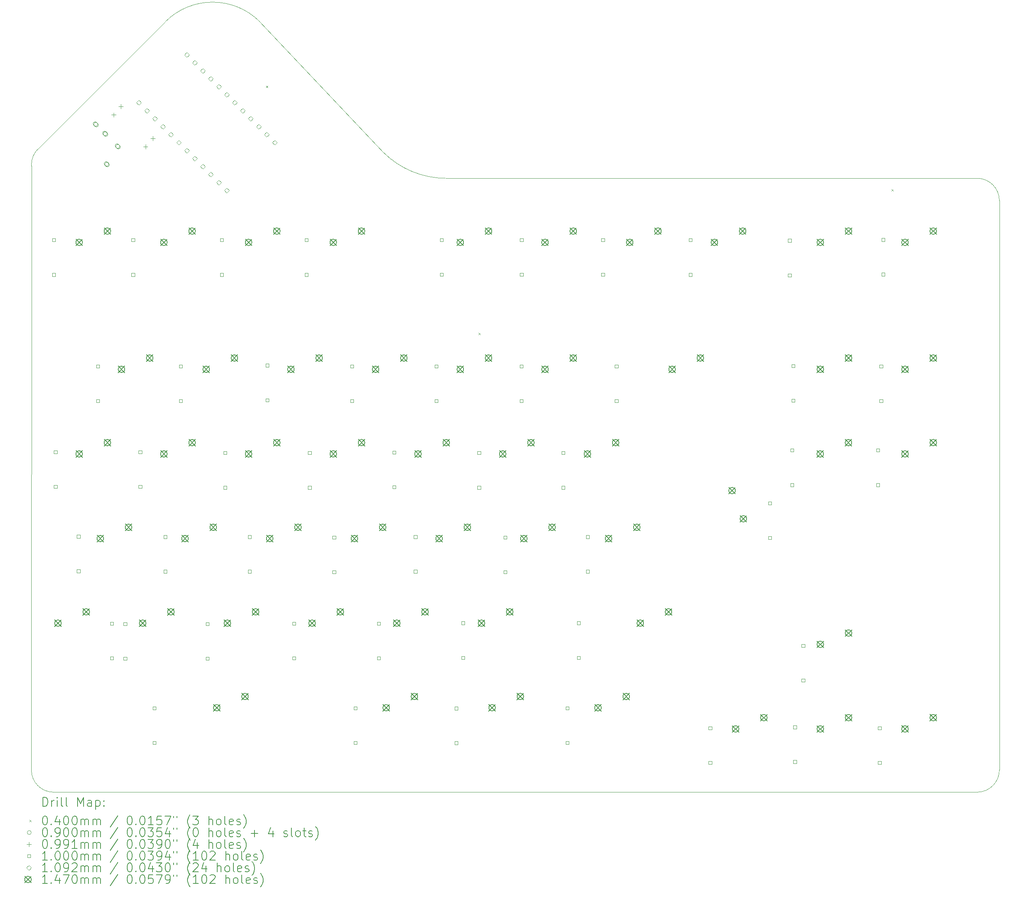
<source format=gbr>
%TF.GenerationSoftware,KiCad,Pcbnew,7.0.9-1.fc39*%
%TF.CreationDate,2024-01-02T19:26:53+02:00*%
%TF.ProjectId,SplitHside5,53706c69-7448-4736-9964-65352e6b6963,rev?*%
%TF.SameCoordinates,Original*%
%TF.FileFunction,Drillmap*%
%TF.FilePolarity,Positive*%
%FSLAX45Y45*%
G04 Gerber Fmt 4.5, Leading zero omitted, Abs format (unit mm)*
G04 Created by KiCad (PCBNEW 7.0.9-1.fc39) date 2024-01-02 19:26:53*
%MOMM*%
%LPD*%
G01*
G04 APERTURE LIST*
%ADD10C,0.050000*%
%ADD11C,0.100000*%
%ADD12C,0.200000*%
%ADD13C,0.109220*%
%ADD14C,0.147000*%
G04 APERTURE END LIST*
D10*
X4140200Y-14957500D02*
G75*
G03*
X4640200Y-15457500I500000J0D01*
G01*
X4142500Y-1547432D02*
X4142500Y-1480000D01*
X4655000Y-15457500D02*
X4640200Y-15457500D01*
X8255000Y-15457500D02*
X8405000Y-15457500D01*
X25035000Y-1637500D02*
X25196447Y-1637500D01*
X4433972Y-832719D02*
X7155598Y1888907D01*
X4142500Y-1754583D02*
X4142500Y-1547432D01*
X13982700Y-1638300D02*
X24820543Y-1639330D01*
X9276919Y1888907D02*
G75*
G03*
X7155599Y1888907I-1060660J-1060660D01*
G01*
X13779500Y-1638300D02*
X13709131Y-1637493D01*
X25910000Y-2137500D02*
G75*
G03*
X25410000Y-1637500I-500000J0D01*
G01*
X25196447Y-15457500D02*
X25035000Y-15457500D01*
X25910000Y-2137500D02*
X25910000Y-2436600D01*
X25290000Y-1637500D02*
X25336447Y-1637500D01*
X4655000Y-15457500D02*
X8255000Y-15457500D01*
D11*
X25910000Y-14957500D02*
X25910000Y-2436600D01*
D10*
X25410000Y-1637500D02*
X25336447Y-1637500D01*
X24820543Y-1639330D02*
X24821980Y-1639330D01*
X25035000Y-15457500D02*
X8405000Y-15457500D01*
D11*
X25410000Y-15457500D02*
G75*
G03*
X25910000Y-14957500I0J500000D01*
G01*
D10*
X25035000Y-1637500D02*
X24821980Y-1639330D01*
X9276919Y1888907D02*
X12053451Y-1050746D01*
X25196447Y-1637500D02*
X25290000Y-1637500D01*
X25290000Y-15457500D02*
X25196447Y-15457500D01*
X25336447Y-15457500D02*
X25290000Y-15457500D01*
X4141823Y-1331622D02*
X4142500Y-1381622D01*
D11*
X12053451Y-1050746D02*
G75*
G03*
X13470000Y-1637500I1416549J1416546D01*
G01*
D10*
X4142500Y-1381622D02*
X4142500Y-1480000D01*
X4142500Y-1754583D02*
X4140200Y-14957500D01*
X13982700Y-1638300D02*
X13779500Y-1638300D01*
X4288700Y-977639D02*
X4433972Y-832719D01*
X4288699Y-977639D02*
G75*
G03*
X4141823Y-1331622I353121J-353981D01*
G01*
X13470000Y-1637500D02*
X13709131Y-1637493D01*
X25410000Y-15457500D02*
X25336447Y-15457500D01*
D12*
D11*
X9417856Y444931D02*
X9457856Y404931D01*
X9457856Y444931D02*
X9417856Y404931D01*
X14195000Y-5115000D02*
X14235000Y-5155000D01*
X14235000Y-5115000D02*
X14195000Y-5155000D01*
X23487700Y-1885000D02*
X23527700Y-1925000D01*
X23527700Y-1885000D02*
X23487700Y-1925000D01*
X5633909Y-423640D02*
G75*
G03*
X5633909Y-423640I-45000J0D01*
G01*
X5542947Y-441317D02*
X5571231Y-469601D01*
X5571231Y-469601D02*
G75*
G03*
X5634871Y-405962I31820J31820D01*
G01*
X5634871Y-405962D02*
X5606586Y-377678D01*
X5606586Y-377678D02*
G75*
G03*
X5542947Y-441317I-31820J-31820D01*
G01*
X5846041Y-635772D02*
G75*
G03*
X5846041Y-635772I-45000J0D01*
G01*
X5755079Y-653449D02*
X5783363Y-681734D01*
X5783363Y-681734D02*
G75*
G03*
X5847003Y-618094I31820J31820D01*
G01*
X5847003Y-618094D02*
X5818718Y-589810D01*
X5818718Y-589810D02*
G75*
G03*
X5755079Y-653449I-31820J-31820D01*
G01*
X5881396Y-1321665D02*
G75*
G03*
X5881396Y-1321665I-45000J0D01*
G01*
X5790434Y-1339343D02*
X5818718Y-1367627D01*
X5818718Y-1367627D02*
G75*
G03*
X5882358Y-1303988I31820J31820D01*
G01*
X5882358Y-1303988D02*
X5854074Y-1275703D01*
X5854074Y-1275703D02*
G75*
G03*
X5790434Y-1339343I-31820J-31820D01*
G01*
X6128883Y-918614D02*
G75*
G03*
X6128883Y-918614I-45000J0D01*
G01*
X6037922Y-936292D02*
X6066206Y-964576D01*
X6066206Y-964576D02*
G75*
G03*
X6129845Y-900937I31820J31820D01*
G01*
X6129845Y-900937D02*
X6101561Y-872652D01*
X6101561Y-872652D02*
G75*
G03*
X6037922Y-936292I-31820J-31820D01*
G01*
X5990000Y-160470D02*
X5990000Y-259530D01*
X5940470Y-210000D02*
X6039530Y-210000D01*
X6151580Y27950D02*
X6151580Y-71110D01*
X6102050Y-21580D02*
X6201110Y-21580D01*
X6708420Y-878890D02*
X6708420Y-977950D01*
X6658890Y-928420D02*
X6757950Y-928420D01*
X6870000Y-690470D02*
X6870000Y-789530D01*
X6820470Y-740000D02*
X6919530Y-740000D01*
X4678696Y-3062386D02*
X4678696Y-2991674D01*
X4607984Y-2991674D01*
X4607984Y-3062386D01*
X4678696Y-3062386D01*
X4678696Y-3842386D02*
X4678696Y-3771674D01*
X4607984Y-3771674D01*
X4607984Y-3842386D01*
X4678696Y-3842386D01*
X4718481Y-7835356D02*
X4718481Y-7764644D01*
X4647769Y-7764644D01*
X4647769Y-7835356D01*
X4718481Y-7835356D01*
X4718481Y-8615356D02*
X4718481Y-8544644D01*
X4647769Y-8544644D01*
X4647769Y-8615356D01*
X4718481Y-8615356D01*
X5235356Y-9735356D02*
X5235356Y-9664644D01*
X5164644Y-9664644D01*
X5164644Y-9735356D01*
X5235356Y-9735356D01*
X5235356Y-10515356D02*
X5235356Y-10444644D01*
X5164644Y-10444644D01*
X5164644Y-10515356D01*
X5235356Y-10515356D01*
X5670981Y-5905356D02*
X5670981Y-5834644D01*
X5600269Y-5834644D01*
X5600269Y-5905356D01*
X5670981Y-5905356D01*
X5670981Y-6685356D02*
X5670981Y-6614644D01*
X5600269Y-6614644D01*
X5600269Y-6685356D01*
X5670981Y-6685356D01*
X5985356Y-11695356D02*
X5985356Y-11624644D01*
X5914644Y-11624644D01*
X5914644Y-11695356D01*
X5985356Y-11695356D01*
X5985356Y-12475356D02*
X5985356Y-12404644D01*
X5914644Y-12404644D01*
X5914644Y-12475356D01*
X5985356Y-12475356D01*
X6285356Y-11705356D02*
X6285356Y-11634644D01*
X6214644Y-11634644D01*
X6214644Y-11705356D01*
X6285356Y-11705356D01*
X6285356Y-12485356D02*
X6285356Y-12414644D01*
X6214644Y-12414644D01*
X6214644Y-12485356D01*
X6285356Y-12485356D01*
X6464731Y-3062386D02*
X6464731Y-2991674D01*
X6394019Y-2991674D01*
X6394019Y-3062386D01*
X6464731Y-3062386D01*
X6464731Y-3842386D02*
X6464731Y-3771674D01*
X6394019Y-3771674D01*
X6394019Y-3842386D01*
X6464731Y-3842386D01*
X6623481Y-7835356D02*
X6623481Y-7764644D01*
X6552769Y-7764644D01*
X6552769Y-7835356D01*
X6623481Y-7835356D01*
X6623481Y-8615356D02*
X6623481Y-8544644D01*
X6552769Y-8544644D01*
X6552769Y-8615356D01*
X6623481Y-8615356D01*
X6941010Y-13599538D02*
X6941010Y-13528826D01*
X6870298Y-13528826D01*
X6870298Y-13599538D01*
X6941010Y-13599538D01*
X6941010Y-14379538D02*
X6941010Y-14308826D01*
X6870298Y-14308826D01*
X6870298Y-14379538D01*
X6941010Y-14379538D01*
X7185356Y-9745356D02*
X7185356Y-9674644D01*
X7114644Y-9674644D01*
X7114644Y-9745356D01*
X7185356Y-9745356D01*
X7185356Y-10525356D02*
X7185356Y-10454644D01*
X7114644Y-10454644D01*
X7114644Y-10525356D01*
X7185356Y-10525356D01*
X7535356Y-5905356D02*
X7535356Y-5834644D01*
X7464644Y-5834644D01*
X7464644Y-5905356D01*
X7535356Y-5905356D01*
X7535356Y-6685356D02*
X7535356Y-6614644D01*
X7464644Y-6614644D01*
X7464644Y-6685356D01*
X7535356Y-6685356D01*
X8135356Y-11705356D02*
X8135356Y-11634644D01*
X8064644Y-11634644D01*
X8064644Y-11705356D01*
X8135356Y-11705356D01*
X8135356Y-12485356D02*
X8135356Y-12414644D01*
X8064644Y-12414644D01*
X8064644Y-12485356D01*
X8135356Y-12485356D01*
X8458851Y-3062386D02*
X8458851Y-2991674D01*
X8388139Y-2991674D01*
X8388139Y-3062386D01*
X8458851Y-3062386D01*
X8458851Y-3842386D02*
X8458851Y-3771674D01*
X8388139Y-3771674D01*
X8388139Y-3842386D01*
X8458851Y-3842386D01*
X8535356Y-7855356D02*
X8535356Y-7784644D01*
X8464644Y-7784644D01*
X8464644Y-7855356D01*
X8535356Y-7855356D01*
X8535356Y-8635356D02*
X8535356Y-8564644D01*
X8464644Y-8564644D01*
X8464644Y-8635356D01*
X8535356Y-8635356D01*
X9085356Y-9745356D02*
X9085356Y-9674644D01*
X9014644Y-9674644D01*
X9014644Y-9745356D01*
X9085356Y-9745356D01*
X9085356Y-10525356D02*
X9085356Y-10454644D01*
X9014644Y-10454644D01*
X9014644Y-10525356D01*
X9085356Y-10525356D01*
X9480981Y-5885356D02*
X9480981Y-5814644D01*
X9410269Y-5814644D01*
X9410269Y-5885356D01*
X9480981Y-5885356D01*
X9480981Y-6665356D02*
X9480981Y-6594644D01*
X9410269Y-6594644D01*
X9410269Y-6665356D01*
X9480981Y-6665356D01*
X10085356Y-11695356D02*
X10085356Y-11624644D01*
X10014644Y-11624644D01*
X10014644Y-11695356D01*
X10085356Y-11695356D01*
X10085356Y-12475356D02*
X10085356Y-12404644D01*
X10014644Y-12404644D01*
X10014644Y-12475356D01*
X10085356Y-12475356D01*
X10363811Y-3062386D02*
X10363811Y-2991674D01*
X10293099Y-2991674D01*
X10293099Y-3062386D01*
X10363811Y-3062386D01*
X10363811Y-3842386D02*
X10363811Y-3771674D01*
X10293099Y-3771674D01*
X10293099Y-3842386D01*
X10363811Y-3842386D01*
X10433481Y-7855356D02*
X10433481Y-7784644D01*
X10362769Y-7784644D01*
X10362769Y-7855356D01*
X10433481Y-7855356D01*
X10433481Y-8635356D02*
X10433481Y-8564644D01*
X10362769Y-8564644D01*
X10362769Y-8635356D01*
X10433481Y-8635356D01*
X10985356Y-9755356D02*
X10985356Y-9684644D01*
X10914644Y-9684644D01*
X10914644Y-9755356D01*
X10985356Y-9755356D01*
X10985356Y-10535356D02*
X10985356Y-10464644D01*
X10914644Y-10464644D01*
X10914644Y-10535356D01*
X10985356Y-10535356D01*
X11385356Y-5905356D02*
X11385356Y-5834644D01*
X11314644Y-5834644D01*
X11314644Y-5905356D01*
X11385356Y-5905356D01*
X11385356Y-6685356D02*
X11385356Y-6614644D01*
X11314644Y-6614644D01*
X11314644Y-6685356D01*
X11385356Y-6685356D01*
X11465404Y-13599538D02*
X11465404Y-13528826D01*
X11394692Y-13528826D01*
X11394692Y-13599538D01*
X11465404Y-13599538D01*
X11465404Y-14379538D02*
X11465404Y-14308826D01*
X11394692Y-14308826D01*
X11394692Y-14379538D01*
X11465404Y-14379538D01*
X11985356Y-11695356D02*
X11985356Y-11624644D01*
X11914644Y-11624644D01*
X11914644Y-11695356D01*
X11985356Y-11695356D01*
X11985356Y-12475356D02*
X11985356Y-12404644D01*
X11914644Y-12404644D01*
X11914644Y-12475356D01*
X11985356Y-12475356D01*
X12335356Y-7845356D02*
X12335356Y-7774644D01*
X12264644Y-7774644D01*
X12264644Y-7845356D01*
X12335356Y-7845356D01*
X12335356Y-8625356D02*
X12335356Y-8554644D01*
X12264644Y-8554644D01*
X12264644Y-8625356D01*
X12335356Y-8625356D01*
X12814731Y-9745356D02*
X12814731Y-9674644D01*
X12744019Y-9674644D01*
X12744019Y-9745356D01*
X12814731Y-9745356D01*
X12814731Y-10525356D02*
X12814731Y-10454644D01*
X12744019Y-10454644D01*
X12744019Y-10525356D01*
X12814731Y-10525356D01*
X13285356Y-5905356D02*
X13285356Y-5834644D01*
X13214644Y-5834644D01*
X13214644Y-5905356D01*
X13285356Y-5905356D01*
X13285356Y-6685356D02*
X13285356Y-6614644D01*
X13214644Y-6614644D01*
X13214644Y-6685356D01*
X13285356Y-6685356D01*
X13399841Y-3059393D02*
X13399841Y-2988682D01*
X13329129Y-2988682D01*
X13329129Y-3059393D01*
X13399841Y-3059393D01*
X13399841Y-3839393D02*
X13399841Y-3768682D01*
X13329129Y-3768682D01*
X13329129Y-3839393D01*
X13399841Y-3839393D01*
X13730346Y-13605356D02*
X13730346Y-13534644D01*
X13659634Y-13534644D01*
X13659634Y-13605356D01*
X13730346Y-13605356D01*
X13730346Y-14385356D02*
X13730346Y-14314644D01*
X13659634Y-14314644D01*
X13659634Y-14385356D01*
X13730346Y-14385356D01*
X13885356Y-11685356D02*
X13885356Y-11614644D01*
X13814644Y-11614644D01*
X13814644Y-11685356D01*
X13885356Y-11685356D01*
X13885356Y-12465356D02*
X13885356Y-12394644D01*
X13814644Y-12394644D01*
X13814644Y-12465356D01*
X13885356Y-12465356D01*
X14243481Y-7855356D02*
X14243481Y-7784644D01*
X14172769Y-7784644D01*
X14172769Y-7855356D01*
X14243481Y-7855356D01*
X14243481Y-8635356D02*
X14243481Y-8564644D01*
X14172769Y-8564644D01*
X14172769Y-8635356D01*
X14243481Y-8635356D01*
X14835356Y-9755356D02*
X14835356Y-9684644D01*
X14764644Y-9684644D01*
X14764644Y-9755356D01*
X14835356Y-9755356D01*
X14835356Y-10535356D02*
X14835356Y-10464644D01*
X14764644Y-10464644D01*
X14764644Y-10535356D01*
X14835356Y-10535356D01*
X15195981Y-5905356D02*
X15195981Y-5834644D01*
X15125269Y-5834644D01*
X15125269Y-5905356D01*
X15195981Y-5905356D01*
X15195981Y-6685356D02*
X15195981Y-6614644D01*
X15125269Y-6614644D01*
X15125269Y-6685356D01*
X15195981Y-6685356D01*
X15200623Y-3059393D02*
X15200623Y-2988682D01*
X15129912Y-2988682D01*
X15129912Y-3059393D01*
X15200623Y-3059393D01*
X15200623Y-3839393D02*
X15200623Y-3768682D01*
X15129912Y-3768682D01*
X15129912Y-3839393D01*
X15200623Y-3839393D01*
X16135356Y-7855356D02*
X16135356Y-7784644D01*
X16064644Y-7784644D01*
X16064644Y-7855356D01*
X16135356Y-7855356D01*
X16135356Y-8635356D02*
X16135356Y-8564644D01*
X16064644Y-8564644D01*
X16064644Y-8635356D01*
X16135356Y-8635356D01*
X16227924Y-13599538D02*
X16227924Y-13528826D01*
X16157212Y-13528826D01*
X16157212Y-13599538D01*
X16227924Y-13599538D01*
X16227924Y-14379538D02*
X16227924Y-14308826D01*
X16157212Y-14308826D01*
X16157212Y-14379538D01*
X16227924Y-14379538D01*
X16485356Y-11685356D02*
X16485356Y-11614644D01*
X16414644Y-11614644D01*
X16414644Y-11685356D01*
X16485356Y-11685356D01*
X16485356Y-12465356D02*
X16485356Y-12394644D01*
X16414644Y-12394644D01*
X16414644Y-12465356D01*
X16485356Y-12465356D01*
X16685356Y-9745356D02*
X16685356Y-9674644D01*
X16614644Y-9674644D01*
X16614644Y-9745356D01*
X16685356Y-9745356D01*
X16685356Y-10525356D02*
X16685356Y-10454644D01*
X16614644Y-10454644D01*
X16614644Y-10525356D01*
X16685356Y-10525356D01*
X17031171Y-3059393D02*
X17031171Y-2988682D01*
X16960459Y-2988682D01*
X16960459Y-3059393D01*
X17031171Y-3059393D01*
X17031171Y-3839393D02*
X17031171Y-3768682D01*
X16960459Y-3768682D01*
X16960459Y-3839393D01*
X17031171Y-3839393D01*
X17335356Y-5905356D02*
X17335356Y-5834644D01*
X17264644Y-5834644D01*
X17264644Y-5905356D01*
X17335356Y-5905356D01*
X17335356Y-6685356D02*
X17335356Y-6614644D01*
X17264644Y-6614644D01*
X17264644Y-6685356D01*
X17335356Y-6685356D01*
X18995661Y-3062386D02*
X18995661Y-2991674D01*
X18924949Y-2991674D01*
X18924949Y-3062386D01*
X18995661Y-3062386D01*
X18995661Y-3842386D02*
X18995661Y-3771674D01*
X18924949Y-3771674D01*
X18924949Y-3842386D01*
X18995661Y-3842386D01*
X19442625Y-14051979D02*
X19442625Y-13981267D01*
X19371913Y-13981267D01*
X19371913Y-14051979D01*
X19442625Y-14051979D01*
X19442625Y-14831979D02*
X19442625Y-14761267D01*
X19371913Y-14761267D01*
X19371913Y-14831979D01*
X19442625Y-14831979D01*
X20785356Y-8985356D02*
X20785356Y-8914644D01*
X20714644Y-8914644D01*
X20714644Y-8985356D01*
X20785356Y-8985356D01*
X20785356Y-9765356D02*
X20785356Y-9694644D01*
X20714644Y-9694644D01*
X20714644Y-9765356D01*
X20785356Y-9765356D01*
X21228481Y-3074356D02*
X21228481Y-3003644D01*
X21157769Y-3003644D01*
X21157769Y-3074356D01*
X21228481Y-3074356D01*
X21228481Y-3854356D02*
X21228481Y-3783644D01*
X21157769Y-3783644D01*
X21157769Y-3854356D01*
X21228481Y-3854356D01*
X21285356Y-7795356D02*
X21285356Y-7724644D01*
X21214644Y-7724644D01*
X21214644Y-7795356D01*
X21285356Y-7795356D01*
X21285356Y-8575356D02*
X21285356Y-8504644D01*
X21214644Y-8504644D01*
X21214644Y-8575356D01*
X21285356Y-8575356D01*
X21307856Y-5895356D02*
X21307856Y-5824644D01*
X21237144Y-5824644D01*
X21237144Y-5895356D01*
X21307856Y-5895356D01*
X21307856Y-6675356D02*
X21307856Y-6604644D01*
X21237144Y-6604644D01*
X21237144Y-6675356D01*
X21307856Y-6675356D01*
X21347633Y-14028168D02*
X21347633Y-13957456D01*
X21276921Y-13957456D01*
X21276921Y-14028168D01*
X21347633Y-14028168D01*
X21347633Y-14808168D02*
X21347633Y-14737456D01*
X21276921Y-14737456D01*
X21276921Y-14808168D01*
X21347633Y-14808168D01*
X21535356Y-12195356D02*
X21535356Y-12124644D01*
X21464644Y-12124644D01*
X21464644Y-12195356D01*
X21535356Y-12195356D01*
X21535356Y-12975356D02*
X21535356Y-12904644D01*
X21464644Y-12904644D01*
X21464644Y-12975356D01*
X21535356Y-12975356D01*
X23212856Y-7795356D02*
X23212856Y-7724644D01*
X23142144Y-7724644D01*
X23142144Y-7795356D01*
X23212856Y-7795356D01*
X23212856Y-8575356D02*
X23212856Y-8504644D01*
X23142144Y-8504644D01*
X23142144Y-8575356D01*
X23212856Y-8575356D01*
X23252641Y-14051979D02*
X23252641Y-13981267D01*
X23181929Y-13981267D01*
X23181929Y-14051979D01*
X23252641Y-14051979D01*
X23252641Y-14831979D02*
X23252641Y-14761267D01*
X23181929Y-14761267D01*
X23181929Y-14831979D01*
X23252641Y-14831979D01*
X23285356Y-5905356D02*
X23285356Y-5834644D01*
X23214644Y-5834644D01*
X23214644Y-5905356D01*
X23285356Y-5905356D01*
X23285356Y-6685356D02*
X23285356Y-6614644D01*
X23214644Y-6614644D01*
X23214644Y-6685356D01*
X23285356Y-6685356D01*
X23335356Y-3055356D02*
X23335356Y-2984644D01*
X23264644Y-2984644D01*
X23264644Y-3055356D01*
X23335356Y-3055356D01*
X23335356Y-3835356D02*
X23335356Y-3764644D01*
X23264644Y-3764644D01*
X23264644Y-3835356D01*
X23335356Y-3835356D01*
D13*
X6558630Y11046D02*
X6613240Y65656D01*
X6558630Y120266D01*
X6504020Y65656D01*
X6558630Y11046D01*
X6738235Y-168559D02*
X6792845Y-113949D01*
X6738235Y-59339D01*
X6683625Y-113949D01*
X6738235Y-168559D01*
X6917840Y-348164D02*
X6972450Y-293554D01*
X6917840Y-238944D01*
X6863230Y-293554D01*
X6917840Y-348164D01*
X7097445Y-527769D02*
X7152055Y-473159D01*
X7097445Y-418549D01*
X7042835Y-473159D01*
X7097445Y-527769D01*
X7277050Y-707374D02*
X7331660Y-652764D01*
X7277050Y-598154D01*
X7222440Y-652764D01*
X7277050Y-707374D01*
X7456656Y-886979D02*
X7511266Y-832369D01*
X7456656Y-777759D01*
X7402046Y-832369D01*
X7456656Y-886979D01*
X7636261Y1088677D02*
X7690871Y1143287D01*
X7636261Y1197897D01*
X7581651Y1143287D01*
X7636261Y1088677D01*
X7636261Y-1066584D02*
X7690871Y-1011974D01*
X7636261Y-957364D01*
X7581651Y-1011974D01*
X7636261Y-1066584D01*
X7815866Y909072D02*
X7870476Y963682D01*
X7815866Y1018292D01*
X7761256Y963682D01*
X7815866Y909072D01*
X7815866Y-1246190D02*
X7870476Y-1191580D01*
X7815866Y-1136970D01*
X7761256Y-1191580D01*
X7815866Y-1246190D01*
X7995471Y729467D02*
X8050081Y784077D01*
X7995471Y838687D01*
X7940861Y784077D01*
X7995471Y729467D01*
X7995471Y-1425795D02*
X8050081Y-1371185D01*
X7995471Y-1316575D01*
X7940861Y-1371185D01*
X7995471Y-1425795D01*
X8175076Y549862D02*
X8229686Y604472D01*
X8175076Y659082D01*
X8120466Y604472D01*
X8175076Y549862D01*
X8175076Y-1605400D02*
X8229686Y-1550790D01*
X8175076Y-1496180D01*
X8120466Y-1550790D01*
X8175076Y-1605400D01*
X8354681Y370257D02*
X8409291Y424867D01*
X8354681Y479477D01*
X8300071Y424867D01*
X8354681Y370257D01*
X8354681Y-1785005D02*
X8409291Y-1730395D01*
X8354681Y-1675785D01*
X8300071Y-1730395D01*
X8354681Y-1785005D01*
X8534286Y190651D02*
X8588896Y245261D01*
X8534286Y299871D01*
X8479676Y245261D01*
X8534286Y190651D01*
X8534286Y-1964610D02*
X8588896Y-1910000D01*
X8534286Y-1855390D01*
X8479676Y-1910000D01*
X8534286Y-1964610D01*
X8713891Y11046D02*
X8768501Y65656D01*
X8713891Y120266D01*
X8659281Y65656D01*
X8713891Y11046D01*
X8893497Y-168559D02*
X8948107Y-113949D01*
X8893497Y-59339D01*
X8838887Y-113949D01*
X8893497Y-168559D01*
X9073102Y-348164D02*
X9127712Y-293554D01*
X9073102Y-238944D01*
X9018492Y-293554D01*
X9073102Y-348164D01*
X9252707Y-527769D02*
X9307317Y-473159D01*
X9252707Y-418549D01*
X9198097Y-473159D01*
X9252707Y-527769D01*
X9432312Y-707374D02*
X9486922Y-652764D01*
X9432312Y-598154D01*
X9377702Y-652764D01*
X9432312Y-707374D01*
X9611917Y-886979D02*
X9666527Y-832369D01*
X9611917Y-777759D01*
X9557307Y-832369D01*
X9611917Y-886979D01*
D14*
X4665217Y-11578800D02*
X4812217Y-11725800D01*
X4812217Y-11578800D02*
X4665217Y-11725800D01*
X4812217Y-11652300D02*
G75*
G03*
X4812217Y-11652300I-73500J0D01*
G01*
X5141461Y-3006264D02*
X5288461Y-3153264D01*
X5288461Y-3006264D02*
X5141461Y-3153264D01*
X5288461Y-3079764D02*
G75*
G03*
X5288461Y-3079764I-73500J0D01*
G01*
X5141461Y-7768784D02*
X5288461Y-7915784D01*
X5288461Y-7768784D02*
X5141461Y-7915784D01*
X5288461Y-7842284D02*
G75*
G03*
X5288461Y-7842284I-73500J0D01*
G01*
X5300217Y-11324800D02*
X5447217Y-11471800D01*
X5447217Y-11324800D02*
X5300217Y-11471800D01*
X5447217Y-11398300D02*
G75*
G03*
X5447217Y-11398300I-73500J0D01*
G01*
X5617713Y-9673792D02*
X5764713Y-9820792D01*
X5764713Y-9673792D02*
X5617713Y-9820792D01*
X5764713Y-9747292D02*
G75*
G03*
X5764713Y-9747292I-73500J0D01*
G01*
X5776461Y-2752264D02*
X5923461Y-2899264D01*
X5923461Y-2752264D02*
X5776461Y-2899264D01*
X5923461Y-2825764D02*
G75*
G03*
X5923461Y-2825764I-73500J0D01*
G01*
X5776461Y-7514784D02*
X5923461Y-7661784D01*
X5923461Y-7514784D02*
X5776461Y-7661784D01*
X5923461Y-7588284D02*
G75*
G03*
X5923461Y-7588284I-73500J0D01*
G01*
X6093965Y-5863776D02*
X6240965Y-6010776D01*
X6240965Y-5863776D02*
X6093965Y-6010776D01*
X6240965Y-5937276D02*
G75*
G03*
X6240965Y-5937276I-73500J0D01*
G01*
X6252713Y-9419792D02*
X6399713Y-9566792D01*
X6399713Y-9419792D02*
X6252713Y-9566792D01*
X6399713Y-9493292D02*
G75*
G03*
X6399713Y-9493292I-73500J0D01*
G01*
X6570217Y-11578800D02*
X6717217Y-11725800D01*
X6717217Y-11578800D02*
X6570217Y-11725800D01*
X6717217Y-11652300D02*
G75*
G03*
X6717217Y-11652300I-73500J0D01*
G01*
X6728965Y-5609776D02*
X6875965Y-5756776D01*
X6875965Y-5609776D02*
X6728965Y-5756776D01*
X6875965Y-5683276D02*
G75*
G03*
X6875965Y-5683276I-73500J0D01*
G01*
X7046469Y-3006264D02*
X7193469Y-3153264D01*
X7193469Y-3006264D02*
X7046469Y-3153264D01*
X7193469Y-3079764D02*
G75*
G03*
X7193469Y-3079764I-73500J0D01*
G01*
X7046469Y-7768784D02*
X7193469Y-7915784D01*
X7193469Y-7768784D02*
X7046469Y-7915784D01*
X7193469Y-7842284D02*
G75*
G03*
X7193469Y-7842284I-73500J0D01*
G01*
X7205217Y-11324800D02*
X7352217Y-11471800D01*
X7352217Y-11324800D02*
X7205217Y-11471800D01*
X7352217Y-11398300D02*
G75*
G03*
X7352217Y-11398300I-73500J0D01*
G01*
X7522721Y-9673792D02*
X7669721Y-9820792D01*
X7669721Y-9673792D02*
X7522721Y-9820792D01*
X7669721Y-9747292D02*
G75*
G03*
X7669721Y-9747292I-73500J0D01*
G01*
X7681469Y-2752264D02*
X7828469Y-2899264D01*
X7828469Y-2752264D02*
X7681469Y-2899264D01*
X7828469Y-2825764D02*
G75*
G03*
X7828469Y-2825764I-73500J0D01*
G01*
X7681469Y-7514784D02*
X7828469Y-7661784D01*
X7828469Y-7514784D02*
X7681469Y-7661784D01*
X7828469Y-7588284D02*
G75*
G03*
X7828469Y-7588284I-73500J0D01*
G01*
X7998973Y-5863750D02*
X8145973Y-6010750D01*
X8145973Y-5863750D02*
X7998973Y-6010750D01*
X8145973Y-5937250D02*
G75*
G03*
X8145973Y-5937250I-73500J0D01*
G01*
X8157721Y-9419792D02*
X8304721Y-9566792D01*
X8304721Y-9419792D02*
X8157721Y-9566792D01*
X8304721Y-9493292D02*
G75*
G03*
X8304721Y-9493292I-73500J0D01*
G01*
X8237099Y-13483808D02*
X8384099Y-13630808D01*
X8384099Y-13483808D02*
X8237099Y-13630808D01*
X8384099Y-13557308D02*
G75*
G03*
X8384099Y-13557308I-73500J0D01*
G01*
X8475225Y-11578800D02*
X8622225Y-11725800D01*
X8622225Y-11578800D02*
X8475225Y-11725800D01*
X8622225Y-11652300D02*
G75*
G03*
X8622225Y-11652300I-73500J0D01*
G01*
X8633973Y-5609750D02*
X8780973Y-5756750D01*
X8780973Y-5609750D02*
X8633973Y-5756750D01*
X8780973Y-5683250D02*
G75*
G03*
X8780973Y-5683250I-73500J0D01*
G01*
X8872099Y-13229808D02*
X9019099Y-13376808D01*
X9019099Y-13229808D02*
X8872099Y-13376808D01*
X9019099Y-13303308D02*
G75*
G03*
X9019099Y-13303308I-73500J0D01*
G01*
X8951477Y-3006264D02*
X9098477Y-3153264D01*
X9098477Y-3006264D02*
X8951477Y-3153264D01*
X9098477Y-3079764D02*
G75*
G03*
X9098477Y-3079764I-73500J0D01*
G01*
X8951477Y-7768784D02*
X9098477Y-7915784D01*
X9098477Y-7768784D02*
X8951477Y-7915784D01*
X9098477Y-7842284D02*
G75*
G03*
X9098477Y-7842284I-73500J0D01*
G01*
X9110225Y-11324800D02*
X9257225Y-11471800D01*
X9257225Y-11324800D02*
X9110225Y-11471800D01*
X9257225Y-11398300D02*
G75*
G03*
X9257225Y-11398300I-73500J0D01*
G01*
X9427729Y-9673792D02*
X9574729Y-9820792D01*
X9574729Y-9673792D02*
X9427729Y-9820792D01*
X9574729Y-9747292D02*
G75*
G03*
X9574729Y-9747292I-73500J0D01*
G01*
X9586477Y-2752264D02*
X9733477Y-2899264D01*
X9733477Y-2752264D02*
X9586477Y-2899264D01*
X9733477Y-2825764D02*
G75*
G03*
X9733477Y-2825764I-73500J0D01*
G01*
X9586477Y-7514784D02*
X9733477Y-7661784D01*
X9733477Y-7514784D02*
X9586477Y-7661784D01*
X9733477Y-7588284D02*
G75*
G03*
X9733477Y-7588284I-73500J0D01*
G01*
X9903981Y-5863776D02*
X10050981Y-6010776D01*
X10050981Y-5863776D02*
X9903981Y-6010776D01*
X10050981Y-5937276D02*
G75*
G03*
X10050981Y-5937276I-73500J0D01*
G01*
X10062729Y-9419792D02*
X10209729Y-9566792D01*
X10209729Y-9419792D02*
X10062729Y-9566792D01*
X10209729Y-9493292D02*
G75*
G03*
X10209729Y-9493292I-73500J0D01*
G01*
X10380233Y-11578800D02*
X10527233Y-11725800D01*
X10527233Y-11578800D02*
X10380233Y-11725800D01*
X10527233Y-11652300D02*
G75*
G03*
X10527233Y-11652300I-73500J0D01*
G01*
X10538981Y-5609776D02*
X10685981Y-5756776D01*
X10685981Y-5609776D02*
X10538981Y-5756776D01*
X10685981Y-5683276D02*
G75*
G03*
X10685981Y-5683276I-73500J0D01*
G01*
X10856200Y-7768580D02*
X11003200Y-7915580D01*
X11003200Y-7768580D02*
X10856200Y-7915580D01*
X11003200Y-7842080D02*
G75*
G03*
X11003200Y-7842080I-73500J0D01*
G01*
X10856485Y-3006264D02*
X11003485Y-3153264D01*
X11003485Y-3006264D02*
X10856485Y-3153264D01*
X11003485Y-3079764D02*
G75*
G03*
X11003485Y-3079764I-73500J0D01*
G01*
X11015233Y-11324800D02*
X11162233Y-11471800D01*
X11162233Y-11324800D02*
X11015233Y-11471800D01*
X11162233Y-11398300D02*
G75*
G03*
X11162233Y-11398300I-73500J0D01*
G01*
X11332737Y-9673792D02*
X11479737Y-9820792D01*
X11479737Y-9673792D02*
X11332737Y-9820792D01*
X11479737Y-9747292D02*
G75*
G03*
X11479737Y-9747292I-73500J0D01*
G01*
X11491200Y-7514580D02*
X11638200Y-7661580D01*
X11638200Y-7514580D02*
X11491200Y-7661580D01*
X11638200Y-7588080D02*
G75*
G03*
X11638200Y-7588080I-73500J0D01*
G01*
X11491485Y-2752264D02*
X11638485Y-2899264D01*
X11638485Y-2752264D02*
X11491485Y-2899264D01*
X11638485Y-2825764D02*
G75*
G03*
X11638485Y-2825764I-73500J0D01*
G01*
X11808989Y-5863776D02*
X11955989Y-6010776D01*
X11955989Y-5863776D02*
X11808989Y-6010776D01*
X11955989Y-5937276D02*
G75*
G03*
X11955989Y-5937276I-73500J0D01*
G01*
X11967737Y-9419792D02*
X12114737Y-9566792D01*
X12114737Y-9419792D02*
X11967737Y-9566792D01*
X12114737Y-9493292D02*
G75*
G03*
X12114737Y-9493292I-73500J0D01*
G01*
X12047115Y-13483808D02*
X12194115Y-13630808D01*
X12194115Y-13483808D02*
X12047115Y-13630808D01*
X12194115Y-13557308D02*
G75*
G03*
X12194115Y-13557308I-73500J0D01*
G01*
X12285241Y-11578800D02*
X12432241Y-11725800D01*
X12432241Y-11578800D02*
X12285241Y-11725800D01*
X12432241Y-11652300D02*
G75*
G03*
X12432241Y-11652300I-73500J0D01*
G01*
X12443989Y-5609776D02*
X12590989Y-5756776D01*
X12590989Y-5609776D02*
X12443989Y-5756776D01*
X12590989Y-5683276D02*
G75*
G03*
X12590989Y-5683276I-73500J0D01*
G01*
X12682115Y-13229808D02*
X12829115Y-13376808D01*
X12829115Y-13229808D02*
X12682115Y-13376808D01*
X12829115Y-13303308D02*
G75*
G03*
X12829115Y-13303308I-73500J0D01*
G01*
X12761493Y-7768784D02*
X12908493Y-7915784D01*
X12908493Y-7768784D02*
X12761493Y-7915784D01*
X12908493Y-7842284D02*
G75*
G03*
X12908493Y-7842284I-73500J0D01*
G01*
X12920241Y-11324800D02*
X13067241Y-11471800D01*
X13067241Y-11324800D02*
X12920241Y-11471800D01*
X13067241Y-11398300D02*
G75*
G03*
X13067241Y-11398300I-73500J0D01*
G01*
X13237745Y-9673792D02*
X13384745Y-9820792D01*
X13384745Y-9673792D02*
X13237745Y-9820792D01*
X13384745Y-9747292D02*
G75*
G03*
X13384745Y-9747292I-73500J0D01*
G01*
X13396493Y-7514784D02*
X13543493Y-7661784D01*
X13543493Y-7514784D02*
X13396493Y-7661784D01*
X13543493Y-7588284D02*
G75*
G03*
X13543493Y-7588284I-73500J0D01*
G01*
X13713997Y-3006264D02*
X13860997Y-3153264D01*
X13860997Y-3006264D02*
X13713997Y-3153264D01*
X13860997Y-3079764D02*
G75*
G03*
X13860997Y-3079764I-73500J0D01*
G01*
X13713997Y-5863776D02*
X13860997Y-6010776D01*
X13860997Y-5863776D02*
X13713997Y-6010776D01*
X13860997Y-5937276D02*
G75*
G03*
X13860997Y-5937276I-73500J0D01*
G01*
X13872745Y-9419792D02*
X14019745Y-9566792D01*
X14019745Y-9419792D02*
X13872745Y-9566792D01*
X14019745Y-9493292D02*
G75*
G03*
X14019745Y-9493292I-73500J0D01*
G01*
X14190249Y-11578800D02*
X14337249Y-11725800D01*
X14337249Y-11578800D02*
X14190249Y-11725800D01*
X14337249Y-11652300D02*
G75*
G03*
X14337249Y-11652300I-73500J0D01*
G01*
X14348997Y-2752264D02*
X14495997Y-2899264D01*
X14495997Y-2752264D02*
X14348997Y-2899264D01*
X14495997Y-2825764D02*
G75*
G03*
X14495997Y-2825764I-73500J0D01*
G01*
X14348997Y-5609776D02*
X14495997Y-5756776D01*
X14495997Y-5609776D02*
X14348997Y-5756776D01*
X14495997Y-5683276D02*
G75*
G03*
X14495997Y-5683276I-73500J0D01*
G01*
X14428375Y-13483808D02*
X14575375Y-13630808D01*
X14575375Y-13483808D02*
X14428375Y-13630808D01*
X14575375Y-13557308D02*
G75*
G03*
X14575375Y-13557308I-73500J0D01*
G01*
X14666501Y-7768784D02*
X14813501Y-7915784D01*
X14813501Y-7768784D02*
X14666501Y-7915784D01*
X14813501Y-7842284D02*
G75*
G03*
X14813501Y-7842284I-73500J0D01*
G01*
X14825249Y-11324800D02*
X14972249Y-11471800D01*
X14972249Y-11324800D02*
X14825249Y-11471800D01*
X14972249Y-11398300D02*
G75*
G03*
X14972249Y-11398300I-73500J0D01*
G01*
X15063375Y-13229808D02*
X15210375Y-13376808D01*
X15210375Y-13229808D02*
X15063375Y-13376808D01*
X15210375Y-13303308D02*
G75*
G03*
X15210375Y-13303308I-73500J0D01*
G01*
X15142753Y-9673792D02*
X15289753Y-9820792D01*
X15289753Y-9673792D02*
X15142753Y-9820792D01*
X15289753Y-9747292D02*
G75*
G03*
X15289753Y-9747292I-73500J0D01*
G01*
X15301501Y-7514784D02*
X15448501Y-7661784D01*
X15448501Y-7514784D02*
X15301501Y-7661784D01*
X15448501Y-7588284D02*
G75*
G03*
X15448501Y-7588284I-73500J0D01*
G01*
X15619005Y-3006264D02*
X15766005Y-3153264D01*
X15766005Y-3006264D02*
X15619005Y-3153264D01*
X15766005Y-3079764D02*
G75*
G03*
X15766005Y-3079764I-73500J0D01*
G01*
X15619005Y-5863776D02*
X15766005Y-6010776D01*
X15766005Y-5863776D02*
X15619005Y-6010776D01*
X15766005Y-5937276D02*
G75*
G03*
X15766005Y-5937276I-73500J0D01*
G01*
X15777753Y-9419792D02*
X15924753Y-9566792D01*
X15924753Y-9419792D02*
X15777753Y-9566792D01*
X15924753Y-9493292D02*
G75*
G03*
X15924753Y-9493292I-73500J0D01*
G01*
X16254005Y-2752264D02*
X16401005Y-2899264D01*
X16401005Y-2752264D02*
X16254005Y-2899264D01*
X16401005Y-2825764D02*
G75*
G03*
X16401005Y-2825764I-73500J0D01*
G01*
X16254005Y-5609776D02*
X16401005Y-5756776D01*
X16401005Y-5609776D02*
X16254005Y-5756776D01*
X16401005Y-5683276D02*
G75*
G03*
X16401005Y-5683276I-73500J0D01*
G01*
X16571509Y-7768784D02*
X16718509Y-7915784D01*
X16718509Y-7768784D02*
X16571509Y-7915784D01*
X16718509Y-7842284D02*
G75*
G03*
X16718509Y-7842284I-73500J0D01*
G01*
X16809635Y-13483808D02*
X16956635Y-13630808D01*
X16956635Y-13483808D02*
X16809635Y-13630808D01*
X16956635Y-13557308D02*
G75*
G03*
X16956635Y-13557308I-73500J0D01*
G01*
X17047761Y-9673792D02*
X17194761Y-9820792D01*
X17194761Y-9673792D02*
X17047761Y-9820792D01*
X17194761Y-9747292D02*
G75*
G03*
X17194761Y-9747292I-73500J0D01*
G01*
X17206509Y-7514784D02*
X17353509Y-7661784D01*
X17353509Y-7514784D02*
X17206509Y-7661784D01*
X17353509Y-7588284D02*
G75*
G03*
X17353509Y-7588284I-73500J0D01*
G01*
X17444635Y-13229808D02*
X17591635Y-13376808D01*
X17591635Y-13229808D02*
X17444635Y-13376808D01*
X17591635Y-13303308D02*
G75*
G03*
X17591635Y-13303308I-73500J0D01*
G01*
X17524013Y-3006264D02*
X17671013Y-3153264D01*
X17671013Y-3006264D02*
X17524013Y-3153264D01*
X17671013Y-3079764D02*
G75*
G03*
X17671013Y-3079764I-73500J0D01*
G01*
X17682761Y-9419792D02*
X17829761Y-9566792D01*
X17829761Y-9419792D02*
X17682761Y-9566792D01*
X17829761Y-9493292D02*
G75*
G03*
X17829761Y-9493292I-73500J0D01*
G01*
X17762139Y-11578800D02*
X17909139Y-11725800D01*
X17909139Y-11578800D02*
X17762139Y-11725800D01*
X17909139Y-11652300D02*
G75*
G03*
X17909139Y-11652300I-73500J0D01*
G01*
X18159013Y-2752264D02*
X18306013Y-2899264D01*
X18306013Y-2752264D02*
X18159013Y-2899264D01*
X18306013Y-2825764D02*
G75*
G03*
X18306013Y-2825764I-73500J0D01*
G01*
X18397139Y-11324800D02*
X18544139Y-11471800D01*
X18544139Y-11324800D02*
X18397139Y-11471800D01*
X18544139Y-11398300D02*
G75*
G03*
X18544139Y-11398300I-73500J0D01*
G01*
X18476517Y-5863776D02*
X18623517Y-6010776D01*
X18623517Y-5863776D02*
X18476517Y-6010776D01*
X18623517Y-5937276D02*
G75*
G03*
X18623517Y-5937276I-73500J0D01*
G01*
X19111517Y-5609776D02*
X19258517Y-5756776D01*
X19258517Y-5609776D02*
X19111517Y-5756776D01*
X19258517Y-5683276D02*
G75*
G03*
X19258517Y-5683276I-73500J0D01*
G01*
X19429021Y-3006264D02*
X19576021Y-3153264D01*
X19576021Y-3006264D02*
X19429021Y-3153264D01*
X19576021Y-3079764D02*
G75*
G03*
X19576021Y-3079764I-73500J0D01*
G01*
X19825895Y-8594288D02*
X19972895Y-8741288D01*
X19972895Y-8594288D02*
X19825895Y-8741288D01*
X19972895Y-8667788D02*
G75*
G03*
X19972895Y-8667788I-73500J0D01*
G01*
X19905273Y-13960060D02*
X20052273Y-14107060D01*
X20052273Y-13960060D02*
X19905273Y-14107060D01*
X20052273Y-14033560D02*
G75*
G03*
X20052273Y-14033560I-73500J0D01*
G01*
X20064021Y-2752264D02*
X20211021Y-2899264D01*
X20211021Y-2752264D02*
X20064021Y-2899264D01*
X20211021Y-2825764D02*
G75*
G03*
X20211021Y-2825764I-73500J0D01*
G01*
X20079895Y-9229288D02*
X20226895Y-9376288D01*
X20226895Y-9229288D02*
X20079895Y-9376288D01*
X20226895Y-9302788D02*
G75*
G03*
X20226895Y-9302788I-73500J0D01*
G01*
X20540273Y-13706060D02*
X20687273Y-13853060D01*
X20687273Y-13706060D02*
X20540273Y-13853060D01*
X20687273Y-13779560D02*
G75*
G03*
X20687273Y-13779560I-73500J0D01*
G01*
X21808600Y-7768784D02*
X21955600Y-7915784D01*
X21955600Y-7768784D02*
X21808600Y-7915784D01*
X21955600Y-7842284D02*
G75*
G03*
X21955600Y-7842284I-73500J0D01*
G01*
X21810281Y-3006264D02*
X21957281Y-3153264D01*
X21957281Y-3006264D02*
X21810281Y-3153264D01*
X21957281Y-3079764D02*
G75*
G03*
X21957281Y-3079764I-73500J0D01*
G01*
X21810281Y-5863776D02*
X21957281Y-6010776D01*
X21957281Y-5863776D02*
X21810281Y-6010776D01*
X21957281Y-5937276D02*
G75*
G03*
X21957281Y-5937276I-73500J0D01*
G01*
X21810281Y-12055052D02*
X21957281Y-12202052D01*
X21957281Y-12055052D02*
X21810281Y-12202052D01*
X21957281Y-12128552D02*
G75*
G03*
X21957281Y-12128552I-73500J0D01*
G01*
X21810281Y-13960060D02*
X21957281Y-14107060D01*
X21957281Y-13960060D02*
X21810281Y-14107060D01*
X21957281Y-14033560D02*
G75*
G03*
X21957281Y-14033560I-73500J0D01*
G01*
X22443600Y-7514784D02*
X22590600Y-7661784D01*
X22590600Y-7514784D02*
X22443600Y-7661784D01*
X22590600Y-7588284D02*
G75*
G03*
X22590600Y-7588284I-73500J0D01*
G01*
X22445281Y-2752264D02*
X22592281Y-2899264D01*
X22592281Y-2752264D02*
X22445281Y-2899264D01*
X22592281Y-2825764D02*
G75*
G03*
X22592281Y-2825764I-73500J0D01*
G01*
X22445281Y-5609776D02*
X22592281Y-5756776D01*
X22592281Y-5609776D02*
X22445281Y-5756776D01*
X22592281Y-5683276D02*
G75*
G03*
X22592281Y-5683276I-73500J0D01*
G01*
X22445281Y-11801052D02*
X22592281Y-11948052D01*
X22592281Y-11801052D02*
X22445281Y-11948052D01*
X22592281Y-11874552D02*
G75*
G03*
X22592281Y-11874552I-73500J0D01*
G01*
X22445281Y-13706060D02*
X22592281Y-13853060D01*
X22592281Y-13706060D02*
X22445281Y-13853060D01*
X22592281Y-13779560D02*
G75*
G03*
X22592281Y-13779560I-73500J0D01*
G01*
X23714680Y-3006250D02*
X23861680Y-3153250D01*
X23861680Y-3006250D02*
X23714680Y-3153250D01*
X23861680Y-3079750D02*
G75*
G03*
X23861680Y-3079750I-73500J0D01*
G01*
X23714680Y-13959700D02*
X23861680Y-14106700D01*
X23861680Y-13959700D02*
X23714680Y-14106700D01*
X23861680Y-14033200D02*
G75*
G03*
X23861680Y-14033200I-73500J0D01*
G01*
X23715289Y-5863776D02*
X23862289Y-6010776D01*
X23862289Y-5863776D02*
X23715289Y-6010776D01*
X23862289Y-5937276D02*
G75*
G03*
X23862289Y-5937276I-73500J0D01*
G01*
X23715289Y-7768784D02*
X23862289Y-7915784D01*
X23862289Y-7768784D02*
X23715289Y-7915784D01*
X23862289Y-7842284D02*
G75*
G03*
X23862289Y-7842284I-73500J0D01*
G01*
X24349680Y-2752250D02*
X24496680Y-2899250D01*
X24496680Y-2752250D02*
X24349680Y-2899250D01*
X24496680Y-2825750D02*
G75*
G03*
X24496680Y-2825750I-73500J0D01*
G01*
X24349680Y-13705700D02*
X24496680Y-13852700D01*
X24496680Y-13705700D02*
X24349680Y-13852700D01*
X24496680Y-13779200D02*
G75*
G03*
X24496680Y-13779200I-73500J0D01*
G01*
X24350289Y-5609776D02*
X24497289Y-5756776D01*
X24497289Y-5609776D02*
X24350289Y-5756776D01*
X24497289Y-5683276D02*
G75*
G03*
X24497289Y-5683276I-73500J0D01*
G01*
X24350289Y-7514784D02*
X24497289Y-7661784D01*
X24497289Y-7514784D02*
X24350289Y-7661784D01*
X24497289Y-7588284D02*
G75*
G03*
X24497289Y-7588284I-73500J0D01*
G01*
D12*
X4398477Y-15773984D02*
X4398477Y-15573984D01*
X4398477Y-15573984D02*
X4446096Y-15573984D01*
X4446096Y-15573984D02*
X4474667Y-15583508D01*
X4474667Y-15583508D02*
X4493715Y-15602555D01*
X4493715Y-15602555D02*
X4503239Y-15621603D01*
X4503239Y-15621603D02*
X4512763Y-15659698D01*
X4512763Y-15659698D02*
X4512763Y-15688269D01*
X4512763Y-15688269D02*
X4503239Y-15726365D01*
X4503239Y-15726365D02*
X4493715Y-15745412D01*
X4493715Y-15745412D02*
X4474667Y-15764460D01*
X4474667Y-15764460D02*
X4446096Y-15773984D01*
X4446096Y-15773984D02*
X4398477Y-15773984D01*
X4598477Y-15773984D02*
X4598477Y-15640650D01*
X4598477Y-15678746D02*
X4608001Y-15659698D01*
X4608001Y-15659698D02*
X4617524Y-15650174D01*
X4617524Y-15650174D02*
X4636572Y-15640650D01*
X4636572Y-15640650D02*
X4655620Y-15640650D01*
X4722286Y-15773984D02*
X4722286Y-15640650D01*
X4722286Y-15573984D02*
X4712763Y-15583508D01*
X4712763Y-15583508D02*
X4722286Y-15593031D01*
X4722286Y-15593031D02*
X4731810Y-15583508D01*
X4731810Y-15583508D02*
X4722286Y-15573984D01*
X4722286Y-15573984D02*
X4722286Y-15593031D01*
X4846096Y-15773984D02*
X4827048Y-15764460D01*
X4827048Y-15764460D02*
X4817524Y-15745412D01*
X4817524Y-15745412D02*
X4817524Y-15573984D01*
X4950858Y-15773984D02*
X4931810Y-15764460D01*
X4931810Y-15764460D02*
X4922286Y-15745412D01*
X4922286Y-15745412D02*
X4922286Y-15573984D01*
X5179429Y-15773984D02*
X5179429Y-15573984D01*
X5179429Y-15573984D02*
X5246096Y-15716841D01*
X5246096Y-15716841D02*
X5312763Y-15573984D01*
X5312763Y-15573984D02*
X5312763Y-15773984D01*
X5493715Y-15773984D02*
X5493715Y-15669222D01*
X5493715Y-15669222D02*
X5484191Y-15650174D01*
X5484191Y-15650174D02*
X5465144Y-15640650D01*
X5465144Y-15640650D02*
X5427048Y-15640650D01*
X5427048Y-15640650D02*
X5408001Y-15650174D01*
X5493715Y-15764460D02*
X5474667Y-15773984D01*
X5474667Y-15773984D02*
X5427048Y-15773984D01*
X5427048Y-15773984D02*
X5408001Y-15764460D01*
X5408001Y-15764460D02*
X5398477Y-15745412D01*
X5398477Y-15745412D02*
X5398477Y-15726365D01*
X5398477Y-15726365D02*
X5408001Y-15707317D01*
X5408001Y-15707317D02*
X5427048Y-15697793D01*
X5427048Y-15697793D02*
X5474667Y-15697793D01*
X5474667Y-15697793D02*
X5493715Y-15688269D01*
X5588953Y-15640650D02*
X5588953Y-15840650D01*
X5588953Y-15650174D02*
X5608001Y-15640650D01*
X5608001Y-15640650D02*
X5646096Y-15640650D01*
X5646096Y-15640650D02*
X5665143Y-15650174D01*
X5665143Y-15650174D02*
X5674667Y-15659698D01*
X5674667Y-15659698D02*
X5684191Y-15678746D01*
X5684191Y-15678746D02*
X5684191Y-15735888D01*
X5684191Y-15735888D02*
X5674667Y-15754936D01*
X5674667Y-15754936D02*
X5665143Y-15764460D01*
X5665143Y-15764460D02*
X5646096Y-15773984D01*
X5646096Y-15773984D02*
X5608001Y-15773984D01*
X5608001Y-15773984D02*
X5588953Y-15764460D01*
X5769905Y-15754936D02*
X5779429Y-15764460D01*
X5779429Y-15764460D02*
X5769905Y-15773984D01*
X5769905Y-15773984D02*
X5760382Y-15764460D01*
X5760382Y-15764460D02*
X5769905Y-15754936D01*
X5769905Y-15754936D02*
X5769905Y-15773984D01*
X5769905Y-15650174D02*
X5779429Y-15659698D01*
X5779429Y-15659698D02*
X5769905Y-15669222D01*
X5769905Y-15669222D02*
X5760382Y-15659698D01*
X5760382Y-15659698D02*
X5769905Y-15650174D01*
X5769905Y-15650174D02*
X5769905Y-15669222D01*
D11*
X4097700Y-16082500D02*
X4137700Y-16122500D01*
X4137700Y-16082500D02*
X4097700Y-16122500D01*
D12*
X4436572Y-15993984D02*
X4455620Y-15993984D01*
X4455620Y-15993984D02*
X4474667Y-16003508D01*
X4474667Y-16003508D02*
X4484191Y-16013031D01*
X4484191Y-16013031D02*
X4493715Y-16032079D01*
X4493715Y-16032079D02*
X4503239Y-16070174D01*
X4503239Y-16070174D02*
X4503239Y-16117793D01*
X4503239Y-16117793D02*
X4493715Y-16155888D01*
X4493715Y-16155888D02*
X4484191Y-16174936D01*
X4484191Y-16174936D02*
X4474667Y-16184460D01*
X4474667Y-16184460D02*
X4455620Y-16193984D01*
X4455620Y-16193984D02*
X4436572Y-16193984D01*
X4436572Y-16193984D02*
X4417524Y-16184460D01*
X4417524Y-16184460D02*
X4408001Y-16174936D01*
X4408001Y-16174936D02*
X4398477Y-16155888D01*
X4398477Y-16155888D02*
X4388953Y-16117793D01*
X4388953Y-16117793D02*
X4388953Y-16070174D01*
X4388953Y-16070174D02*
X4398477Y-16032079D01*
X4398477Y-16032079D02*
X4408001Y-16013031D01*
X4408001Y-16013031D02*
X4417524Y-16003508D01*
X4417524Y-16003508D02*
X4436572Y-15993984D01*
X4588953Y-16174936D02*
X4598477Y-16184460D01*
X4598477Y-16184460D02*
X4588953Y-16193984D01*
X4588953Y-16193984D02*
X4579429Y-16184460D01*
X4579429Y-16184460D02*
X4588953Y-16174936D01*
X4588953Y-16174936D02*
X4588953Y-16193984D01*
X4769905Y-16060650D02*
X4769905Y-16193984D01*
X4722286Y-15984460D02*
X4674667Y-16127317D01*
X4674667Y-16127317D02*
X4798477Y-16127317D01*
X4912763Y-15993984D02*
X4931810Y-15993984D01*
X4931810Y-15993984D02*
X4950858Y-16003508D01*
X4950858Y-16003508D02*
X4960382Y-16013031D01*
X4960382Y-16013031D02*
X4969905Y-16032079D01*
X4969905Y-16032079D02*
X4979429Y-16070174D01*
X4979429Y-16070174D02*
X4979429Y-16117793D01*
X4979429Y-16117793D02*
X4969905Y-16155888D01*
X4969905Y-16155888D02*
X4960382Y-16174936D01*
X4960382Y-16174936D02*
X4950858Y-16184460D01*
X4950858Y-16184460D02*
X4931810Y-16193984D01*
X4931810Y-16193984D02*
X4912763Y-16193984D01*
X4912763Y-16193984D02*
X4893715Y-16184460D01*
X4893715Y-16184460D02*
X4884191Y-16174936D01*
X4884191Y-16174936D02*
X4874667Y-16155888D01*
X4874667Y-16155888D02*
X4865144Y-16117793D01*
X4865144Y-16117793D02*
X4865144Y-16070174D01*
X4865144Y-16070174D02*
X4874667Y-16032079D01*
X4874667Y-16032079D02*
X4884191Y-16013031D01*
X4884191Y-16013031D02*
X4893715Y-16003508D01*
X4893715Y-16003508D02*
X4912763Y-15993984D01*
X5103239Y-15993984D02*
X5122286Y-15993984D01*
X5122286Y-15993984D02*
X5141334Y-16003508D01*
X5141334Y-16003508D02*
X5150858Y-16013031D01*
X5150858Y-16013031D02*
X5160382Y-16032079D01*
X5160382Y-16032079D02*
X5169905Y-16070174D01*
X5169905Y-16070174D02*
X5169905Y-16117793D01*
X5169905Y-16117793D02*
X5160382Y-16155888D01*
X5160382Y-16155888D02*
X5150858Y-16174936D01*
X5150858Y-16174936D02*
X5141334Y-16184460D01*
X5141334Y-16184460D02*
X5122286Y-16193984D01*
X5122286Y-16193984D02*
X5103239Y-16193984D01*
X5103239Y-16193984D02*
X5084191Y-16184460D01*
X5084191Y-16184460D02*
X5074667Y-16174936D01*
X5074667Y-16174936D02*
X5065144Y-16155888D01*
X5065144Y-16155888D02*
X5055620Y-16117793D01*
X5055620Y-16117793D02*
X5055620Y-16070174D01*
X5055620Y-16070174D02*
X5065144Y-16032079D01*
X5065144Y-16032079D02*
X5074667Y-16013031D01*
X5074667Y-16013031D02*
X5084191Y-16003508D01*
X5084191Y-16003508D02*
X5103239Y-15993984D01*
X5255620Y-16193984D02*
X5255620Y-16060650D01*
X5255620Y-16079698D02*
X5265144Y-16070174D01*
X5265144Y-16070174D02*
X5284191Y-16060650D01*
X5284191Y-16060650D02*
X5312763Y-16060650D01*
X5312763Y-16060650D02*
X5331810Y-16070174D01*
X5331810Y-16070174D02*
X5341334Y-16089222D01*
X5341334Y-16089222D02*
X5341334Y-16193984D01*
X5341334Y-16089222D02*
X5350858Y-16070174D01*
X5350858Y-16070174D02*
X5369905Y-16060650D01*
X5369905Y-16060650D02*
X5398477Y-16060650D01*
X5398477Y-16060650D02*
X5417525Y-16070174D01*
X5417525Y-16070174D02*
X5427048Y-16089222D01*
X5427048Y-16089222D02*
X5427048Y-16193984D01*
X5522286Y-16193984D02*
X5522286Y-16060650D01*
X5522286Y-16079698D02*
X5531810Y-16070174D01*
X5531810Y-16070174D02*
X5550858Y-16060650D01*
X5550858Y-16060650D02*
X5579429Y-16060650D01*
X5579429Y-16060650D02*
X5598477Y-16070174D01*
X5598477Y-16070174D02*
X5608001Y-16089222D01*
X5608001Y-16089222D02*
X5608001Y-16193984D01*
X5608001Y-16089222D02*
X5617524Y-16070174D01*
X5617524Y-16070174D02*
X5636572Y-16060650D01*
X5636572Y-16060650D02*
X5665143Y-16060650D01*
X5665143Y-16060650D02*
X5684191Y-16070174D01*
X5684191Y-16070174D02*
X5693715Y-16089222D01*
X5693715Y-16089222D02*
X5693715Y-16193984D01*
X6084191Y-15984460D02*
X5912763Y-16241603D01*
X6341334Y-15993984D02*
X6360382Y-15993984D01*
X6360382Y-15993984D02*
X6379429Y-16003508D01*
X6379429Y-16003508D02*
X6388953Y-16013031D01*
X6388953Y-16013031D02*
X6398477Y-16032079D01*
X6398477Y-16032079D02*
X6408001Y-16070174D01*
X6408001Y-16070174D02*
X6408001Y-16117793D01*
X6408001Y-16117793D02*
X6398477Y-16155888D01*
X6398477Y-16155888D02*
X6388953Y-16174936D01*
X6388953Y-16174936D02*
X6379429Y-16184460D01*
X6379429Y-16184460D02*
X6360382Y-16193984D01*
X6360382Y-16193984D02*
X6341334Y-16193984D01*
X6341334Y-16193984D02*
X6322286Y-16184460D01*
X6322286Y-16184460D02*
X6312763Y-16174936D01*
X6312763Y-16174936D02*
X6303239Y-16155888D01*
X6303239Y-16155888D02*
X6293715Y-16117793D01*
X6293715Y-16117793D02*
X6293715Y-16070174D01*
X6293715Y-16070174D02*
X6303239Y-16032079D01*
X6303239Y-16032079D02*
X6312763Y-16013031D01*
X6312763Y-16013031D02*
X6322286Y-16003508D01*
X6322286Y-16003508D02*
X6341334Y-15993984D01*
X6493715Y-16174936D02*
X6503239Y-16184460D01*
X6503239Y-16184460D02*
X6493715Y-16193984D01*
X6493715Y-16193984D02*
X6484191Y-16184460D01*
X6484191Y-16184460D02*
X6493715Y-16174936D01*
X6493715Y-16174936D02*
X6493715Y-16193984D01*
X6627048Y-15993984D02*
X6646096Y-15993984D01*
X6646096Y-15993984D02*
X6665144Y-16003508D01*
X6665144Y-16003508D02*
X6674667Y-16013031D01*
X6674667Y-16013031D02*
X6684191Y-16032079D01*
X6684191Y-16032079D02*
X6693715Y-16070174D01*
X6693715Y-16070174D02*
X6693715Y-16117793D01*
X6693715Y-16117793D02*
X6684191Y-16155888D01*
X6684191Y-16155888D02*
X6674667Y-16174936D01*
X6674667Y-16174936D02*
X6665144Y-16184460D01*
X6665144Y-16184460D02*
X6646096Y-16193984D01*
X6646096Y-16193984D02*
X6627048Y-16193984D01*
X6627048Y-16193984D02*
X6608001Y-16184460D01*
X6608001Y-16184460D02*
X6598477Y-16174936D01*
X6598477Y-16174936D02*
X6588953Y-16155888D01*
X6588953Y-16155888D02*
X6579429Y-16117793D01*
X6579429Y-16117793D02*
X6579429Y-16070174D01*
X6579429Y-16070174D02*
X6588953Y-16032079D01*
X6588953Y-16032079D02*
X6598477Y-16013031D01*
X6598477Y-16013031D02*
X6608001Y-16003508D01*
X6608001Y-16003508D02*
X6627048Y-15993984D01*
X6884191Y-16193984D02*
X6769906Y-16193984D01*
X6827048Y-16193984D02*
X6827048Y-15993984D01*
X6827048Y-15993984D02*
X6808001Y-16022555D01*
X6808001Y-16022555D02*
X6788953Y-16041603D01*
X6788953Y-16041603D02*
X6769906Y-16051127D01*
X7065144Y-15993984D02*
X6969906Y-15993984D01*
X6969906Y-15993984D02*
X6960382Y-16089222D01*
X6960382Y-16089222D02*
X6969906Y-16079698D01*
X6969906Y-16079698D02*
X6988953Y-16070174D01*
X6988953Y-16070174D02*
X7036572Y-16070174D01*
X7036572Y-16070174D02*
X7055620Y-16079698D01*
X7055620Y-16079698D02*
X7065144Y-16089222D01*
X7065144Y-16089222D02*
X7074667Y-16108269D01*
X7074667Y-16108269D02*
X7074667Y-16155888D01*
X7074667Y-16155888D02*
X7065144Y-16174936D01*
X7065144Y-16174936D02*
X7055620Y-16184460D01*
X7055620Y-16184460D02*
X7036572Y-16193984D01*
X7036572Y-16193984D02*
X6988953Y-16193984D01*
X6988953Y-16193984D02*
X6969906Y-16184460D01*
X6969906Y-16184460D02*
X6960382Y-16174936D01*
X7141334Y-15993984D02*
X7274667Y-15993984D01*
X7274667Y-15993984D02*
X7188953Y-16193984D01*
X7341334Y-15993984D02*
X7341334Y-16032079D01*
X7417525Y-15993984D02*
X7417525Y-16032079D01*
X7712763Y-16270174D02*
X7703239Y-16260650D01*
X7703239Y-16260650D02*
X7684191Y-16232079D01*
X7684191Y-16232079D02*
X7674668Y-16213031D01*
X7674668Y-16213031D02*
X7665144Y-16184460D01*
X7665144Y-16184460D02*
X7655620Y-16136841D01*
X7655620Y-16136841D02*
X7655620Y-16098746D01*
X7655620Y-16098746D02*
X7665144Y-16051127D01*
X7665144Y-16051127D02*
X7674668Y-16022555D01*
X7674668Y-16022555D02*
X7684191Y-16003508D01*
X7684191Y-16003508D02*
X7703239Y-15974936D01*
X7703239Y-15974936D02*
X7712763Y-15965412D01*
X7769906Y-15993984D02*
X7893715Y-15993984D01*
X7893715Y-15993984D02*
X7827048Y-16070174D01*
X7827048Y-16070174D02*
X7855620Y-16070174D01*
X7855620Y-16070174D02*
X7874668Y-16079698D01*
X7874668Y-16079698D02*
X7884191Y-16089222D01*
X7884191Y-16089222D02*
X7893715Y-16108269D01*
X7893715Y-16108269D02*
X7893715Y-16155888D01*
X7893715Y-16155888D02*
X7884191Y-16174936D01*
X7884191Y-16174936D02*
X7874668Y-16184460D01*
X7874668Y-16184460D02*
X7855620Y-16193984D01*
X7855620Y-16193984D02*
X7798477Y-16193984D01*
X7798477Y-16193984D02*
X7779429Y-16184460D01*
X7779429Y-16184460D02*
X7769906Y-16174936D01*
X8131810Y-16193984D02*
X8131810Y-15993984D01*
X8217525Y-16193984D02*
X8217525Y-16089222D01*
X8217525Y-16089222D02*
X8208001Y-16070174D01*
X8208001Y-16070174D02*
X8188953Y-16060650D01*
X8188953Y-16060650D02*
X8160382Y-16060650D01*
X8160382Y-16060650D02*
X8141334Y-16070174D01*
X8141334Y-16070174D02*
X8131810Y-16079698D01*
X8341334Y-16193984D02*
X8322287Y-16184460D01*
X8322287Y-16184460D02*
X8312763Y-16174936D01*
X8312763Y-16174936D02*
X8303239Y-16155888D01*
X8303239Y-16155888D02*
X8303239Y-16098746D01*
X8303239Y-16098746D02*
X8312763Y-16079698D01*
X8312763Y-16079698D02*
X8322287Y-16070174D01*
X8322287Y-16070174D02*
X8341334Y-16060650D01*
X8341334Y-16060650D02*
X8369906Y-16060650D01*
X8369906Y-16060650D02*
X8388953Y-16070174D01*
X8388953Y-16070174D02*
X8398477Y-16079698D01*
X8398477Y-16079698D02*
X8408001Y-16098746D01*
X8408001Y-16098746D02*
X8408001Y-16155888D01*
X8408001Y-16155888D02*
X8398477Y-16174936D01*
X8398477Y-16174936D02*
X8388953Y-16184460D01*
X8388953Y-16184460D02*
X8369906Y-16193984D01*
X8369906Y-16193984D02*
X8341334Y-16193984D01*
X8522287Y-16193984D02*
X8503239Y-16184460D01*
X8503239Y-16184460D02*
X8493715Y-16165412D01*
X8493715Y-16165412D02*
X8493715Y-15993984D01*
X8674668Y-16184460D02*
X8655620Y-16193984D01*
X8655620Y-16193984D02*
X8617525Y-16193984D01*
X8617525Y-16193984D02*
X8598477Y-16184460D01*
X8598477Y-16184460D02*
X8588953Y-16165412D01*
X8588953Y-16165412D02*
X8588953Y-16089222D01*
X8588953Y-16089222D02*
X8598477Y-16070174D01*
X8598477Y-16070174D02*
X8617525Y-16060650D01*
X8617525Y-16060650D02*
X8655620Y-16060650D01*
X8655620Y-16060650D02*
X8674668Y-16070174D01*
X8674668Y-16070174D02*
X8684192Y-16089222D01*
X8684192Y-16089222D02*
X8684192Y-16108269D01*
X8684192Y-16108269D02*
X8588953Y-16127317D01*
X8760382Y-16184460D02*
X8779430Y-16193984D01*
X8779430Y-16193984D02*
X8817525Y-16193984D01*
X8817525Y-16193984D02*
X8836573Y-16184460D01*
X8836573Y-16184460D02*
X8846096Y-16165412D01*
X8846096Y-16165412D02*
X8846096Y-16155888D01*
X8846096Y-16155888D02*
X8836573Y-16136841D01*
X8836573Y-16136841D02*
X8817525Y-16127317D01*
X8817525Y-16127317D02*
X8788953Y-16127317D01*
X8788953Y-16127317D02*
X8769906Y-16117793D01*
X8769906Y-16117793D02*
X8760382Y-16098746D01*
X8760382Y-16098746D02*
X8760382Y-16089222D01*
X8760382Y-16089222D02*
X8769906Y-16070174D01*
X8769906Y-16070174D02*
X8788953Y-16060650D01*
X8788953Y-16060650D02*
X8817525Y-16060650D01*
X8817525Y-16060650D02*
X8836573Y-16070174D01*
X8912763Y-16270174D02*
X8922287Y-16260650D01*
X8922287Y-16260650D02*
X8941334Y-16232079D01*
X8941334Y-16232079D02*
X8950858Y-16213031D01*
X8950858Y-16213031D02*
X8960382Y-16184460D01*
X8960382Y-16184460D02*
X8969906Y-16136841D01*
X8969906Y-16136841D02*
X8969906Y-16098746D01*
X8969906Y-16098746D02*
X8960382Y-16051127D01*
X8960382Y-16051127D02*
X8950858Y-16022555D01*
X8950858Y-16022555D02*
X8941334Y-16003508D01*
X8941334Y-16003508D02*
X8922287Y-15974936D01*
X8922287Y-15974936D02*
X8912763Y-15965412D01*
D11*
X4137700Y-16366500D02*
G75*
G03*
X4137700Y-16366500I-45000J0D01*
G01*
D12*
X4436572Y-16257984D02*
X4455620Y-16257984D01*
X4455620Y-16257984D02*
X4474667Y-16267508D01*
X4474667Y-16267508D02*
X4484191Y-16277031D01*
X4484191Y-16277031D02*
X4493715Y-16296079D01*
X4493715Y-16296079D02*
X4503239Y-16334174D01*
X4503239Y-16334174D02*
X4503239Y-16381793D01*
X4503239Y-16381793D02*
X4493715Y-16419888D01*
X4493715Y-16419888D02*
X4484191Y-16438936D01*
X4484191Y-16438936D02*
X4474667Y-16448460D01*
X4474667Y-16448460D02*
X4455620Y-16457984D01*
X4455620Y-16457984D02*
X4436572Y-16457984D01*
X4436572Y-16457984D02*
X4417524Y-16448460D01*
X4417524Y-16448460D02*
X4408001Y-16438936D01*
X4408001Y-16438936D02*
X4398477Y-16419888D01*
X4398477Y-16419888D02*
X4388953Y-16381793D01*
X4388953Y-16381793D02*
X4388953Y-16334174D01*
X4388953Y-16334174D02*
X4398477Y-16296079D01*
X4398477Y-16296079D02*
X4408001Y-16277031D01*
X4408001Y-16277031D02*
X4417524Y-16267508D01*
X4417524Y-16267508D02*
X4436572Y-16257984D01*
X4588953Y-16438936D02*
X4598477Y-16448460D01*
X4598477Y-16448460D02*
X4588953Y-16457984D01*
X4588953Y-16457984D02*
X4579429Y-16448460D01*
X4579429Y-16448460D02*
X4588953Y-16438936D01*
X4588953Y-16438936D02*
X4588953Y-16457984D01*
X4693715Y-16457984D02*
X4731810Y-16457984D01*
X4731810Y-16457984D02*
X4750858Y-16448460D01*
X4750858Y-16448460D02*
X4760382Y-16438936D01*
X4760382Y-16438936D02*
X4779429Y-16410365D01*
X4779429Y-16410365D02*
X4788953Y-16372269D01*
X4788953Y-16372269D02*
X4788953Y-16296079D01*
X4788953Y-16296079D02*
X4779429Y-16277031D01*
X4779429Y-16277031D02*
X4769905Y-16267508D01*
X4769905Y-16267508D02*
X4750858Y-16257984D01*
X4750858Y-16257984D02*
X4712763Y-16257984D01*
X4712763Y-16257984D02*
X4693715Y-16267508D01*
X4693715Y-16267508D02*
X4684191Y-16277031D01*
X4684191Y-16277031D02*
X4674667Y-16296079D01*
X4674667Y-16296079D02*
X4674667Y-16343698D01*
X4674667Y-16343698D02*
X4684191Y-16362746D01*
X4684191Y-16362746D02*
X4693715Y-16372269D01*
X4693715Y-16372269D02*
X4712763Y-16381793D01*
X4712763Y-16381793D02*
X4750858Y-16381793D01*
X4750858Y-16381793D02*
X4769905Y-16372269D01*
X4769905Y-16372269D02*
X4779429Y-16362746D01*
X4779429Y-16362746D02*
X4788953Y-16343698D01*
X4912763Y-16257984D02*
X4931810Y-16257984D01*
X4931810Y-16257984D02*
X4950858Y-16267508D01*
X4950858Y-16267508D02*
X4960382Y-16277031D01*
X4960382Y-16277031D02*
X4969905Y-16296079D01*
X4969905Y-16296079D02*
X4979429Y-16334174D01*
X4979429Y-16334174D02*
X4979429Y-16381793D01*
X4979429Y-16381793D02*
X4969905Y-16419888D01*
X4969905Y-16419888D02*
X4960382Y-16438936D01*
X4960382Y-16438936D02*
X4950858Y-16448460D01*
X4950858Y-16448460D02*
X4931810Y-16457984D01*
X4931810Y-16457984D02*
X4912763Y-16457984D01*
X4912763Y-16457984D02*
X4893715Y-16448460D01*
X4893715Y-16448460D02*
X4884191Y-16438936D01*
X4884191Y-16438936D02*
X4874667Y-16419888D01*
X4874667Y-16419888D02*
X4865144Y-16381793D01*
X4865144Y-16381793D02*
X4865144Y-16334174D01*
X4865144Y-16334174D02*
X4874667Y-16296079D01*
X4874667Y-16296079D02*
X4884191Y-16277031D01*
X4884191Y-16277031D02*
X4893715Y-16267508D01*
X4893715Y-16267508D02*
X4912763Y-16257984D01*
X5103239Y-16257984D02*
X5122286Y-16257984D01*
X5122286Y-16257984D02*
X5141334Y-16267508D01*
X5141334Y-16267508D02*
X5150858Y-16277031D01*
X5150858Y-16277031D02*
X5160382Y-16296079D01*
X5160382Y-16296079D02*
X5169905Y-16334174D01*
X5169905Y-16334174D02*
X5169905Y-16381793D01*
X5169905Y-16381793D02*
X5160382Y-16419888D01*
X5160382Y-16419888D02*
X5150858Y-16438936D01*
X5150858Y-16438936D02*
X5141334Y-16448460D01*
X5141334Y-16448460D02*
X5122286Y-16457984D01*
X5122286Y-16457984D02*
X5103239Y-16457984D01*
X5103239Y-16457984D02*
X5084191Y-16448460D01*
X5084191Y-16448460D02*
X5074667Y-16438936D01*
X5074667Y-16438936D02*
X5065144Y-16419888D01*
X5065144Y-16419888D02*
X5055620Y-16381793D01*
X5055620Y-16381793D02*
X5055620Y-16334174D01*
X5055620Y-16334174D02*
X5065144Y-16296079D01*
X5065144Y-16296079D02*
X5074667Y-16277031D01*
X5074667Y-16277031D02*
X5084191Y-16267508D01*
X5084191Y-16267508D02*
X5103239Y-16257984D01*
X5255620Y-16457984D02*
X5255620Y-16324650D01*
X5255620Y-16343698D02*
X5265144Y-16334174D01*
X5265144Y-16334174D02*
X5284191Y-16324650D01*
X5284191Y-16324650D02*
X5312763Y-16324650D01*
X5312763Y-16324650D02*
X5331810Y-16334174D01*
X5331810Y-16334174D02*
X5341334Y-16353222D01*
X5341334Y-16353222D02*
X5341334Y-16457984D01*
X5341334Y-16353222D02*
X5350858Y-16334174D01*
X5350858Y-16334174D02*
X5369905Y-16324650D01*
X5369905Y-16324650D02*
X5398477Y-16324650D01*
X5398477Y-16324650D02*
X5417525Y-16334174D01*
X5417525Y-16334174D02*
X5427048Y-16353222D01*
X5427048Y-16353222D02*
X5427048Y-16457984D01*
X5522286Y-16457984D02*
X5522286Y-16324650D01*
X5522286Y-16343698D02*
X5531810Y-16334174D01*
X5531810Y-16334174D02*
X5550858Y-16324650D01*
X5550858Y-16324650D02*
X5579429Y-16324650D01*
X5579429Y-16324650D02*
X5598477Y-16334174D01*
X5598477Y-16334174D02*
X5608001Y-16353222D01*
X5608001Y-16353222D02*
X5608001Y-16457984D01*
X5608001Y-16353222D02*
X5617524Y-16334174D01*
X5617524Y-16334174D02*
X5636572Y-16324650D01*
X5636572Y-16324650D02*
X5665143Y-16324650D01*
X5665143Y-16324650D02*
X5684191Y-16334174D01*
X5684191Y-16334174D02*
X5693715Y-16353222D01*
X5693715Y-16353222D02*
X5693715Y-16457984D01*
X6084191Y-16248460D02*
X5912763Y-16505603D01*
X6341334Y-16257984D02*
X6360382Y-16257984D01*
X6360382Y-16257984D02*
X6379429Y-16267508D01*
X6379429Y-16267508D02*
X6388953Y-16277031D01*
X6388953Y-16277031D02*
X6398477Y-16296079D01*
X6398477Y-16296079D02*
X6408001Y-16334174D01*
X6408001Y-16334174D02*
X6408001Y-16381793D01*
X6408001Y-16381793D02*
X6398477Y-16419888D01*
X6398477Y-16419888D02*
X6388953Y-16438936D01*
X6388953Y-16438936D02*
X6379429Y-16448460D01*
X6379429Y-16448460D02*
X6360382Y-16457984D01*
X6360382Y-16457984D02*
X6341334Y-16457984D01*
X6341334Y-16457984D02*
X6322286Y-16448460D01*
X6322286Y-16448460D02*
X6312763Y-16438936D01*
X6312763Y-16438936D02*
X6303239Y-16419888D01*
X6303239Y-16419888D02*
X6293715Y-16381793D01*
X6293715Y-16381793D02*
X6293715Y-16334174D01*
X6293715Y-16334174D02*
X6303239Y-16296079D01*
X6303239Y-16296079D02*
X6312763Y-16277031D01*
X6312763Y-16277031D02*
X6322286Y-16267508D01*
X6322286Y-16267508D02*
X6341334Y-16257984D01*
X6493715Y-16438936D02*
X6503239Y-16448460D01*
X6503239Y-16448460D02*
X6493715Y-16457984D01*
X6493715Y-16457984D02*
X6484191Y-16448460D01*
X6484191Y-16448460D02*
X6493715Y-16438936D01*
X6493715Y-16438936D02*
X6493715Y-16457984D01*
X6627048Y-16257984D02*
X6646096Y-16257984D01*
X6646096Y-16257984D02*
X6665144Y-16267508D01*
X6665144Y-16267508D02*
X6674667Y-16277031D01*
X6674667Y-16277031D02*
X6684191Y-16296079D01*
X6684191Y-16296079D02*
X6693715Y-16334174D01*
X6693715Y-16334174D02*
X6693715Y-16381793D01*
X6693715Y-16381793D02*
X6684191Y-16419888D01*
X6684191Y-16419888D02*
X6674667Y-16438936D01*
X6674667Y-16438936D02*
X6665144Y-16448460D01*
X6665144Y-16448460D02*
X6646096Y-16457984D01*
X6646096Y-16457984D02*
X6627048Y-16457984D01*
X6627048Y-16457984D02*
X6608001Y-16448460D01*
X6608001Y-16448460D02*
X6598477Y-16438936D01*
X6598477Y-16438936D02*
X6588953Y-16419888D01*
X6588953Y-16419888D02*
X6579429Y-16381793D01*
X6579429Y-16381793D02*
X6579429Y-16334174D01*
X6579429Y-16334174D02*
X6588953Y-16296079D01*
X6588953Y-16296079D02*
X6598477Y-16277031D01*
X6598477Y-16277031D02*
X6608001Y-16267508D01*
X6608001Y-16267508D02*
X6627048Y-16257984D01*
X6760382Y-16257984D02*
X6884191Y-16257984D01*
X6884191Y-16257984D02*
X6817525Y-16334174D01*
X6817525Y-16334174D02*
X6846096Y-16334174D01*
X6846096Y-16334174D02*
X6865144Y-16343698D01*
X6865144Y-16343698D02*
X6874667Y-16353222D01*
X6874667Y-16353222D02*
X6884191Y-16372269D01*
X6884191Y-16372269D02*
X6884191Y-16419888D01*
X6884191Y-16419888D02*
X6874667Y-16438936D01*
X6874667Y-16438936D02*
X6865144Y-16448460D01*
X6865144Y-16448460D02*
X6846096Y-16457984D01*
X6846096Y-16457984D02*
X6788953Y-16457984D01*
X6788953Y-16457984D02*
X6769906Y-16448460D01*
X6769906Y-16448460D02*
X6760382Y-16438936D01*
X7065144Y-16257984D02*
X6969906Y-16257984D01*
X6969906Y-16257984D02*
X6960382Y-16353222D01*
X6960382Y-16353222D02*
X6969906Y-16343698D01*
X6969906Y-16343698D02*
X6988953Y-16334174D01*
X6988953Y-16334174D02*
X7036572Y-16334174D01*
X7036572Y-16334174D02*
X7055620Y-16343698D01*
X7055620Y-16343698D02*
X7065144Y-16353222D01*
X7065144Y-16353222D02*
X7074667Y-16372269D01*
X7074667Y-16372269D02*
X7074667Y-16419888D01*
X7074667Y-16419888D02*
X7065144Y-16438936D01*
X7065144Y-16438936D02*
X7055620Y-16448460D01*
X7055620Y-16448460D02*
X7036572Y-16457984D01*
X7036572Y-16457984D02*
X6988953Y-16457984D01*
X6988953Y-16457984D02*
X6969906Y-16448460D01*
X6969906Y-16448460D02*
X6960382Y-16438936D01*
X7246096Y-16324650D02*
X7246096Y-16457984D01*
X7198477Y-16248460D02*
X7150858Y-16391317D01*
X7150858Y-16391317D02*
X7274667Y-16391317D01*
X7341334Y-16257984D02*
X7341334Y-16296079D01*
X7417525Y-16257984D02*
X7417525Y-16296079D01*
X7712763Y-16534174D02*
X7703239Y-16524650D01*
X7703239Y-16524650D02*
X7684191Y-16496079D01*
X7684191Y-16496079D02*
X7674668Y-16477031D01*
X7674668Y-16477031D02*
X7665144Y-16448460D01*
X7665144Y-16448460D02*
X7655620Y-16400841D01*
X7655620Y-16400841D02*
X7655620Y-16362746D01*
X7655620Y-16362746D02*
X7665144Y-16315127D01*
X7665144Y-16315127D02*
X7674668Y-16286555D01*
X7674668Y-16286555D02*
X7684191Y-16267508D01*
X7684191Y-16267508D02*
X7703239Y-16238936D01*
X7703239Y-16238936D02*
X7712763Y-16229412D01*
X7827048Y-16257984D02*
X7846096Y-16257984D01*
X7846096Y-16257984D02*
X7865144Y-16267508D01*
X7865144Y-16267508D02*
X7874668Y-16277031D01*
X7874668Y-16277031D02*
X7884191Y-16296079D01*
X7884191Y-16296079D02*
X7893715Y-16334174D01*
X7893715Y-16334174D02*
X7893715Y-16381793D01*
X7893715Y-16381793D02*
X7884191Y-16419888D01*
X7884191Y-16419888D02*
X7874668Y-16438936D01*
X7874668Y-16438936D02*
X7865144Y-16448460D01*
X7865144Y-16448460D02*
X7846096Y-16457984D01*
X7846096Y-16457984D02*
X7827048Y-16457984D01*
X7827048Y-16457984D02*
X7808001Y-16448460D01*
X7808001Y-16448460D02*
X7798477Y-16438936D01*
X7798477Y-16438936D02*
X7788953Y-16419888D01*
X7788953Y-16419888D02*
X7779429Y-16381793D01*
X7779429Y-16381793D02*
X7779429Y-16334174D01*
X7779429Y-16334174D02*
X7788953Y-16296079D01*
X7788953Y-16296079D02*
X7798477Y-16277031D01*
X7798477Y-16277031D02*
X7808001Y-16267508D01*
X7808001Y-16267508D02*
X7827048Y-16257984D01*
X8131810Y-16457984D02*
X8131810Y-16257984D01*
X8217525Y-16457984D02*
X8217525Y-16353222D01*
X8217525Y-16353222D02*
X8208001Y-16334174D01*
X8208001Y-16334174D02*
X8188953Y-16324650D01*
X8188953Y-16324650D02*
X8160382Y-16324650D01*
X8160382Y-16324650D02*
X8141334Y-16334174D01*
X8141334Y-16334174D02*
X8131810Y-16343698D01*
X8341334Y-16457984D02*
X8322287Y-16448460D01*
X8322287Y-16448460D02*
X8312763Y-16438936D01*
X8312763Y-16438936D02*
X8303239Y-16419888D01*
X8303239Y-16419888D02*
X8303239Y-16362746D01*
X8303239Y-16362746D02*
X8312763Y-16343698D01*
X8312763Y-16343698D02*
X8322287Y-16334174D01*
X8322287Y-16334174D02*
X8341334Y-16324650D01*
X8341334Y-16324650D02*
X8369906Y-16324650D01*
X8369906Y-16324650D02*
X8388953Y-16334174D01*
X8388953Y-16334174D02*
X8398477Y-16343698D01*
X8398477Y-16343698D02*
X8408001Y-16362746D01*
X8408001Y-16362746D02*
X8408001Y-16419888D01*
X8408001Y-16419888D02*
X8398477Y-16438936D01*
X8398477Y-16438936D02*
X8388953Y-16448460D01*
X8388953Y-16448460D02*
X8369906Y-16457984D01*
X8369906Y-16457984D02*
X8341334Y-16457984D01*
X8522287Y-16457984D02*
X8503239Y-16448460D01*
X8503239Y-16448460D02*
X8493715Y-16429412D01*
X8493715Y-16429412D02*
X8493715Y-16257984D01*
X8674668Y-16448460D02*
X8655620Y-16457984D01*
X8655620Y-16457984D02*
X8617525Y-16457984D01*
X8617525Y-16457984D02*
X8598477Y-16448460D01*
X8598477Y-16448460D02*
X8588953Y-16429412D01*
X8588953Y-16429412D02*
X8588953Y-16353222D01*
X8588953Y-16353222D02*
X8598477Y-16334174D01*
X8598477Y-16334174D02*
X8617525Y-16324650D01*
X8617525Y-16324650D02*
X8655620Y-16324650D01*
X8655620Y-16324650D02*
X8674668Y-16334174D01*
X8674668Y-16334174D02*
X8684192Y-16353222D01*
X8684192Y-16353222D02*
X8684192Y-16372269D01*
X8684192Y-16372269D02*
X8588953Y-16391317D01*
X8760382Y-16448460D02*
X8779430Y-16457984D01*
X8779430Y-16457984D02*
X8817525Y-16457984D01*
X8817525Y-16457984D02*
X8836573Y-16448460D01*
X8836573Y-16448460D02*
X8846096Y-16429412D01*
X8846096Y-16429412D02*
X8846096Y-16419888D01*
X8846096Y-16419888D02*
X8836573Y-16400841D01*
X8836573Y-16400841D02*
X8817525Y-16391317D01*
X8817525Y-16391317D02*
X8788953Y-16391317D01*
X8788953Y-16391317D02*
X8769906Y-16381793D01*
X8769906Y-16381793D02*
X8760382Y-16362746D01*
X8760382Y-16362746D02*
X8760382Y-16353222D01*
X8760382Y-16353222D02*
X8769906Y-16334174D01*
X8769906Y-16334174D02*
X8788953Y-16324650D01*
X8788953Y-16324650D02*
X8817525Y-16324650D01*
X8817525Y-16324650D02*
X8836573Y-16334174D01*
X9084192Y-16381793D02*
X9236573Y-16381793D01*
X9160382Y-16457984D02*
X9160382Y-16305603D01*
X9569906Y-16324650D02*
X9569906Y-16457984D01*
X9522287Y-16248460D02*
X9474668Y-16391317D01*
X9474668Y-16391317D02*
X9598477Y-16391317D01*
X9817525Y-16448460D02*
X9836573Y-16457984D01*
X9836573Y-16457984D02*
X9874668Y-16457984D01*
X9874668Y-16457984D02*
X9893716Y-16448460D01*
X9893716Y-16448460D02*
X9903239Y-16429412D01*
X9903239Y-16429412D02*
X9903239Y-16419888D01*
X9903239Y-16419888D02*
X9893716Y-16400841D01*
X9893716Y-16400841D02*
X9874668Y-16391317D01*
X9874668Y-16391317D02*
X9846096Y-16391317D01*
X9846096Y-16391317D02*
X9827049Y-16381793D01*
X9827049Y-16381793D02*
X9817525Y-16362746D01*
X9817525Y-16362746D02*
X9817525Y-16353222D01*
X9817525Y-16353222D02*
X9827049Y-16334174D01*
X9827049Y-16334174D02*
X9846096Y-16324650D01*
X9846096Y-16324650D02*
X9874668Y-16324650D01*
X9874668Y-16324650D02*
X9893716Y-16334174D01*
X10017525Y-16457984D02*
X9998477Y-16448460D01*
X9998477Y-16448460D02*
X9988954Y-16429412D01*
X9988954Y-16429412D02*
X9988954Y-16257984D01*
X10122287Y-16457984D02*
X10103239Y-16448460D01*
X10103239Y-16448460D02*
X10093716Y-16438936D01*
X10093716Y-16438936D02*
X10084192Y-16419888D01*
X10084192Y-16419888D02*
X10084192Y-16362746D01*
X10084192Y-16362746D02*
X10093716Y-16343698D01*
X10093716Y-16343698D02*
X10103239Y-16334174D01*
X10103239Y-16334174D02*
X10122287Y-16324650D01*
X10122287Y-16324650D02*
X10150858Y-16324650D01*
X10150858Y-16324650D02*
X10169906Y-16334174D01*
X10169906Y-16334174D02*
X10179430Y-16343698D01*
X10179430Y-16343698D02*
X10188954Y-16362746D01*
X10188954Y-16362746D02*
X10188954Y-16419888D01*
X10188954Y-16419888D02*
X10179430Y-16438936D01*
X10179430Y-16438936D02*
X10169906Y-16448460D01*
X10169906Y-16448460D02*
X10150858Y-16457984D01*
X10150858Y-16457984D02*
X10122287Y-16457984D01*
X10246097Y-16324650D02*
X10322287Y-16324650D01*
X10274668Y-16257984D02*
X10274668Y-16429412D01*
X10274668Y-16429412D02*
X10284192Y-16448460D01*
X10284192Y-16448460D02*
X10303239Y-16457984D01*
X10303239Y-16457984D02*
X10322287Y-16457984D01*
X10379430Y-16448460D02*
X10398477Y-16457984D01*
X10398477Y-16457984D02*
X10436573Y-16457984D01*
X10436573Y-16457984D02*
X10455620Y-16448460D01*
X10455620Y-16448460D02*
X10465144Y-16429412D01*
X10465144Y-16429412D02*
X10465144Y-16419888D01*
X10465144Y-16419888D02*
X10455620Y-16400841D01*
X10455620Y-16400841D02*
X10436573Y-16391317D01*
X10436573Y-16391317D02*
X10408001Y-16391317D01*
X10408001Y-16391317D02*
X10388954Y-16381793D01*
X10388954Y-16381793D02*
X10379430Y-16362746D01*
X10379430Y-16362746D02*
X10379430Y-16353222D01*
X10379430Y-16353222D02*
X10388954Y-16334174D01*
X10388954Y-16334174D02*
X10408001Y-16324650D01*
X10408001Y-16324650D02*
X10436573Y-16324650D01*
X10436573Y-16324650D02*
X10455620Y-16334174D01*
X10531811Y-16534174D02*
X10541335Y-16524650D01*
X10541335Y-16524650D02*
X10560382Y-16496079D01*
X10560382Y-16496079D02*
X10569906Y-16477031D01*
X10569906Y-16477031D02*
X10579430Y-16448460D01*
X10579430Y-16448460D02*
X10588954Y-16400841D01*
X10588954Y-16400841D02*
X10588954Y-16362746D01*
X10588954Y-16362746D02*
X10579430Y-16315127D01*
X10579430Y-16315127D02*
X10569906Y-16286555D01*
X10569906Y-16286555D02*
X10560382Y-16267508D01*
X10560382Y-16267508D02*
X10541335Y-16238936D01*
X10541335Y-16238936D02*
X10531811Y-16229412D01*
D11*
X4088170Y-16580970D02*
X4088170Y-16680030D01*
X4038640Y-16630500D02*
X4137700Y-16630500D01*
D12*
X4436572Y-16521984D02*
X4455620Y-16521984D01*
X4455620Y-16521984D02*
X4474667Y-16531508D01*
X4474667Y-16531508D02*
X4484191Y-16541031D01*
X4484191Y-16541031D02*
X4493715Y-16560079D01*
X4493715Y-16560079D02*
X4503239Y-16598174D01*
X4503239Y-16598174D02*
X4503239Y-16645793D01*
X4503239Y-16645793D02*
X4493715Y-16683888D01*
X4493715Y-16683888D02*
X4484191Y-16702936D01*
X4484191Y-16702936D02*
X4474667Y-16712460D01*
X4474667Y-16712460D02*
X4455620Y-16721984D01*
X4455620Y-16721984D02*
X4436572Y-16721984D01*
X4436572Y-16721984D02*
X4417524Y-16712460D01*
X4417524Y-16712460D02*
X4408001Y-16702936D01*
X4408001Y-16702936D02*
X4398477Y-16683888D01*
X4398477Y-16683888D02*
X4388953Y-16645793D01*
X4388953Y-16645793D02*
X4388953Y-16598174D01*
X4388953Y-16598174D02*
X4398477Y-16560079D01*
X4398477Y-16560079D02*
X4408001Y-16541031D01*
X4408001Y-16541031D02*
X4417524Y-16531508D01*
X4417524Y-16531508D02*
X4436572Y-16521984D01*
X4588953Y-16702936D02*
X4598477Y-16712460D01*
X4598477Y-16712460D02*
X4588953Y-16721984D01*
X4588953Y-16721984D02*
X4579429Y-16712460D01*
X4579429Y-16712460D02*
X4588953Y-16702936D01*
X4588953Y-16702936D02*
X4588953Y-16721984D01*
X4693715Y-16721984D02*
X4731810Y-16721984D01*
X4731810Y-16721984D02*
X4750858Y-16712460D01*
X4750858Y-16712460D02*
X4760382Y-16702936D01*
X4760382Y-16702936D02*
X4779429Y-16674365D01*
X4779429Y-16674365D02*
X4788953Y-16636269D01*
X4788953Y-16636269D02*
X4788953Y-16560079D01*
X4788953Y-16560079D02*
X4779429Y-16541031D01*
X4779429Y-16541031D02*
X4769905Y-16531508D01*
X4769905Y-16531508D02*
X4750858Y-16521984D01*
X4750858Y-16521984D02*
X4712763Y-16521984D01*
X4712763Y-16521984D02*
X4693715Y-16531508D01*
X4693715Y-16531508D02*
X4684191Y-16541031D01*
X4684191Y-16541031D02*
X4674667Y-16560079D01*
X4674667Y-16560079D02*
X4674667Y-16607698D01*
X4674667Y-16607698D02*
X4684191Y-16626746D01*
X4684191Y-16626746D02*
X4693715Y-16636269D01*
X4693715Y-16636269D02*
X4712763Y-16645793D01*
X4712763Y-16645793D02*
X4750858Y-16645793D01*
X4750858Y-16645793D02*
X4769905Y-16636269D01*
X4769905Y-16636269D02*
X4779429Y-16626746D01*
X4779429Y-16626746D02*
X4788953Y-16607698D01*
X4884191Y-16721984D02*
X4922286Y-16721984D01*
X4922286Y-16721984D02*
X4941334Y-16712460D01*
X4941334Y-16712460D02*
X4950858Y-16702936D01*
X4950858Y-16702936D02*
X4969905Y-16674365D01*
X4969905Y-16674365D02*
X4979429Y-16636269D01*
X4979429Y-16636269D02*
X4979429Y-16560079D01*
X4979429Y-16560079D02*
X4969905Y-16541031D01*
X4969905Y-16541031D02*
X4960382Y-16531508D01*
X4960382Y-16531508D02*
X4941334Y-16521984D01*
X4941334Y-16521984D02*
X4903239Y-16521984D01*
X4903239Y-16521984D02*
X4884191Y-16531508D01*
X4884191Y-16531508D02*
X4874667Y-16541031D01*
X4874667Y-16541031D02*
X4865144Y-16560079D01*
X4865144Y-16560079D02*
X4865144Y-16607698D01*
X4865144Y-16607698D02*
X4874667Y-16626746D01*
X4874667Y-16626746D02*
X4884191Y-16636269D01*
X4884191Y-16636269D02*
X4903239Y-16645793D01*
X4903239Y-16645793D02*
X4941334Y-16645793D01*
X4941334Y-16645793D02*
X4960382Y-16636269D01*
X4960382Y-16636269D02*
X4969905Y-16626746D01*
X4969905Y-16626746D02*
X4979429Y-16607698D01*
X5169905Y-16721984D02*
X5055620Y-16721984D01*
X5112763Y-16721984D02*
X5112763Y-16521984D01*
X5112763Y-16521984D02*
X5093715Y-16550555D01*
X5093715Y-16550555D02*
X5074667Y-16569603D01*
X5074667Y-16569603D02*
X5055620Y-16579127D01*
X5255620Y-16721984D02*
X5255620Y-16588650D01*
X5255620Y-16607698D02*
X5265144Y-16598174D01*
X5265144Y-16598174D02*
X5284191Y-16588650D01*
X5284191Y-16588650D02*
X5312763Y-16588650D01*
X5312763Y-16588650D02*
X5331810Y-16598174D01*
X5331810Y-16598174D02*
X5341334Y-16617222D01*
X5341334Y-16617222D02*
X5341334Y-16721984D01*
X5341334Y-16617222D02*
X5350858Y-16598174D01*
X5350858Y-16598174D02*
X5369905Y-16588650D01*
X5369905Y-16588650D02*
X5398477Y-16588650D01*
X5398477Y-16588650D02*
X5417525Y-16598174D01*
X5417525Y-16598174D02*
X5427048Y-16617222D01*
X5427048Y-16617222D02*
X5427048Y-16721984D01*
X5522286Y-16721984D02*
X5522286Y-16588650D01*
X5522286Y-16607698D02*
X5531810Y-16598174D01*
X5531810Y-16598174D02*
X5550858Y-16588650D01*
X5550858Y-16588650D02*
X5579429Y-16588650D01*
X5579429Y-16588650D02*
X5598477Y-16598174D01*
X5598477Y-16598174D02*
X5608001Y-16617222D01*
X5608001Y-16617222D02*
X5608001Y-16721984D01*
X5608001Y-16617222D02*
X5617524Y-16598174D01*
X5617524Y-16598174D02*
X5636572Y-16588650D01*
X5636572Y-16588650D02*
X5665143Y-16588650D01*
X5665143Y-16588650D02*
X5684191Y-16598174D01*
X5684191Y-16598174D02*
X5693715Y-16617222D01*
X5693715Y-16617222D02*
X5693715Y-16721984D01*
X6084191Y-16512460D02*
X5912763Y-16769603D01*
X6341334Y-16521984D02*
X6360382Y-16521984D01*
X6360382Y-16521984D02*
X6379429Y-16531508D01*
X6379429Y-16531508D02*
X6388953Y-16541031D01*
X6388953Y-16541031D02*
X6398477Y-16560079D01*
X6398477Y-16560079D02*
X6408001Y-16598174D01*
X6408001Y-16598174D02*
X6408001Y-16645793D01*
X6408001Y-16645793D02*
X6398477Y-16683888D01*
X6398477Y-16683888D02*
X6388953Y-16702936D01*
X6388953Y-16702936D02*
X6379429Y-16712460D01*
X6379429Y-16712460D02*
X6360382Y-16721984D01*
X6360382Y-16721984D02*
X6341334Y-16721984D01*
X6341334Y-16721984D02*
X6322286Y-16712460D01*
X6322286Y-16712460D02*
X6312763Y-16702936D01*
X6312763Y-16702936D02*
X6303239Y-16683888D01*
X6303239Y-16683888D02*
X6293715Y-16645793D01*
X6293715Y-16645793D02*
X6293715Y-16598174D01*
X6293715Y-16598174D02*
X6303239Y-16560079D01*
X6303239Y-16560079D02*
X6312763Y-16541031D01*
X6312763Y-16541031D02*
X6322286Y-16531508D01*
X6322286Y-16531508D02*
X6341334Y-16521984D01*
X6493715Y-16702936D02*
X6503239Y-16712460D01*
X6503239Y-16712460D02*
X6493715Y-16721984D01*
X6493715Y-16721984D02*
X6484191Y-16712460D01*
X6484191Y-16712460D02*
X6493715Y-16702936D01*
X6493715Y-16702936D02*
X6493715Y-16721984D01*
X6627048Y-16521984D02*
X6646096Y-16521984D01*
X6646096Y-16521984D02*
X6665144Y-16531508D01*
X6665144Y-16531508D02*
X6674667Y-16541031D01*
X6674667Y-16541031D02*
X6684191Y-16560079D01*
X6684191Y-16560079D02*
X6693715Y-16598174D01*
X6693715Y-16598174D02*
X6693715Y-16645793D01*
X6693715Y-16645793D02*
X6684191Y-16683888D01*
X6684191Y-16683888D02*
X6674667Y-16702936D01*
X6674667Y-16702936D02*
X6665144Y-16712460D01*
X6665144Y-16712460D02*
X6646096Y-16721984D01*
X6646096Y-16721984D02*
X6627048Y-16721984D01*
X6627048Y-16721984D02*
X6608001Y-16712460D01*
X6608001Y-16712460D02*
X6598477Y-16702936D01*
X6598477Y-16702936D02*
X6588953Y-16683888D01*
X6588953Y-16683888D02*
X6579429Y-16645793D01*
X6579429Y-16645793D02*
X6579429Y-16598174D01*
X6579429Y-16598174D02*
X6588953Y-16560079D01*
X6588953Y-16560079D02*
X6598477Y-16541031D01*
X6598477Y-16541031D02*
X6608001Y-16531508D01*
X6608001Y-16531508D02*
X6627048Y-16521984D01*
X6760382Y-16521984D02*
X6884191Y-16521984D01*
X6884191Y-16521984D02*
X6817525Y-16598174D01*
X6817525Y-16598174D02*
X6846096Y-16598174D01*
X6846096Y-16598174D02*
X6865144Y-16607698D01*
X6865144Y-16607698D02*
X6874667Y-16617222D01*
X6874667Y-16617222D02*
X6884191Y-16636269D01*
X6884191Y-16636269D02*
X6884191Y-16683888D01*
X6884191Y-16683888D02*
X6874667Y-16702936D01*
X6874667Y-16702936D02*
X6865144Y-16712460D01*
X6865144Y-16712460D02*
X6846096Y-16721984D01*
X6846096Y-16721984D02*
X6788953Y-16721984D01*
X6788953Y-16721984D02*
X6769906Y-16712460D01*
X6769906Y-16712460D02*
X6760382Y-16702936D01*
X6979429Y-16721984D02*
X7017525Y-16721984D01*
X7017525Y-16721984D02*
X7036572Y-16712460D01*
X7036572Y-16712460D02*
X7046096Y-16702936D01*
X7046096Y-16702936D02*
X7065144Y-16674365D01*
X7065144Y-16674365D02*
X7074667Y-16636269D01*
X7074667Y-16636269D02*
X7074667Y-16560079D01*
X7074667Y-16560079D02*
X7065144Y-16541031D01*
X7065144Y-16541031D02*
X7055620Y-16531508D01*
X7055620Y-16531508D02*
X7036572Y-16521984D01*
X7036572Y-16521984D02*
X6998477Y-16521984D01*
X6998477Y-16521984D02*
X6979429Y-16531508D01*
X6979429Y-16531508D02*
X6969906Y-16541031D01*
X6969906Y-16541031D02*
X6960382Y-16560079D01*
X6960382Y-16560079D02*
X6960382Y-16607698D01*
X6960382Y-16607698D02*
X6969906Y-16626746D01*
X6969906Y-16626746D02*
X6979429Y-16636269D01*
X6979429Y-16636269D02*
X6998477Y-16645793D01*
X6998477Y-16645793D02*
X7036572Y-16645793D01*
X7036572Y-16645793D02*
X7055620Y-16636269D01*
X7055620Y-16636269D02*
X7065144Y-16626746D01*
X7065144Y-16626746D02*
X7074667Y-16607698D01*
X7198477Y-16521984D02*
X7217525Y-16521984D01*
X7217525Y-16521984D02*
X7236572Y-16531508D01*
X7236572Y-16531508D02*
X7246096Y-16541031D01*
X7246096Y-16541031D02*
X7255620Y-16560079D01*
X7255620Y-16560079D02*
X7265144Y-16598174D01*
X7265144Y-16598174D02*
X7265144Y-16645793D01*
X7265144Y-16645793D02*
X7255620Y-16683888D01*
X7255620Y-16683888D02*
X7246096Y-16702936D01*
X7246096Y-16702936D02*
X7236572Y-16712460D01*
X7236572Y-16712460D02*
X7217525Y-16721984D01*
X7217525Y-16721984D02*
X7198477Y-16721984D01*
X7198477Y-16721984D02*
X7179429Y-16712460D01*
X7179429Y-16712460D02*
X7169906Y-16702936D01*
X7169906Y-16702936D02*
X7160382Y-16683888D01*
X7160382Y-16683888D02*
X7150858Y-16645793D01*
X7150858Y-16645793D02*
X7150858Y-16598174D01*
X7150858Y-16598174D02*
X7160382Y-16560079D01*
X7160382Y-16560079D02*
X7169906Y-16541031D01*
X7169906Y-16541031D02*
X7179429Y-16531508D01*
X7179429Y-16531508D02*
X7198477Y-16521984D01*
X7341334Y-16521984D02*
X7341334Y-16560079D01*
X7417525Y-16521984D02*
X7417525Y-16560079D01*
X7712763Y-16798174D02*
X7703239Y-16788650D01*
X7703239Y-16788650D02*
X7684191Y-16760079D01*
X7684191Y-16760079D02*
X7674668Y-16741031D01*
X7674668Y-16741031D02*
X7665144Y-16712460D01*
X7665144Y-16712460D02*
X7655620Y-16664841D01*
X7655620Y-16664841D02*
X7655620Y-16626746D01*
X7655620Y-16626746D02*
X7665144Y-16579127D01*
X7665144Y-16579127D02*
X7674668Y-16550555D01*
X7674668Y-16550555D02*
X7684191Y-16531508D01*
X7684191Y-16531508D02*
X7703239Y-16502936D01*
X7703239Y-16502936D02*
X7712763Y-16493412D01*
X7874668Y-16588650D02*
X7874668Y-16721984D01*
X7827048Y-16512460D02*
X7779429Y-16655317D01*
X7779429Y-16655317D02*
X7903239Y-16655317D01*
X8131810Y-16721984D02*
X8131810Y-16521984D01*
X8217525Y-16721984D02*
X8217525Y-16617222D01*
X8217525Y-16617222D02*
X8208001Y-16598174D01*
X8208001Y-16598174D02*
X8188953Y-16588650D01*
X8188953Y-16588650D02*
X8160382Y-16588650D01*
X8160382Y-16588650D02*
X8141334Y-16598174D01*
X8141334Y-16598174D02*
X8131810Y-16607698D01*
X8341334Y-16721984D02*
X8322287Y-16712460D01*
X8322287Y-16712460D02*
X8312763Y-16702936D01*
X8312763Y-16702936D02*
X8303239Y-16683888D01*
X8303239Y-16683888D02*
X8303239Y-16626746D01*
X8303239Y-16626746D02*
X8312763Y-16607698D01*
X8312763Y-16607698D02*
X8322287Y-16598174D01*
X8322287Y-16598174D02*
X8341334Y-16588650D01*
X8341334Y-16588650D02*
X8369906Y-16588650D01*
X8369906Y-16588650D02*
X8388953Y-16598174D01*
X8388953Y-16598174D02*
X8398477Y-16607698D01*
X8398477Y-16607698D02*
X8408001Y-16626746D01*
X8408001Y-16626746D02*
X8408001Y-16683888D01*
X8408001Y-16683888D02*
X8398477Y-16702936D01*
X8398477Y-16702936D02*
X8388953Y-16712460D01*
X8388953Y-16712460D02*
X8369906Y-16721984D01*
X8369906Y-16721984D02*
X8341334Y-16721984D01*
X8522287Y-16721984D02*
X8503239Y-16712460D01*
X8503239Y-16712460D02*
X8493715Y-16693412D01*
X8493715Y-16693412D02*
X8493715Y-16521984D01*
X8674668Y-16712460D02*
X8655620Y-16721984D01*
X8655620Y-16721984D02*
X8617525Y-16721984D01*
X8617525Y-16721984D02*
X8598477Y-16712460D01*
X8598477Y-16712460D02*
X8588953Y-16693412D01*
X8588953Y-16693412D02*
X8588953Y-16617222D01*
X8588953Y-16617222D02*
X8598477Y-16598174D01*
X8598477Y-16598174D02*
X8617525Y-16588650D01*
X8617525Y-16588650D02*
X8655620Y-16588650D01*
X8655620Y-16588650D02*
X8674668Y-16598174D01*
X8674668Y-16598174D02*
X8684192Y-16617222D01*
X8684192Y-16617222D02*
X8684192Y-16636269D01*
X8684192Y-16636269D02*
X8588953Y-16655317D01*
X8760382Y-16712460D02*
X8779430Y-16721984D01*
X8779430Y-16721984D02*
X8817525Y-16721984D01*
X8817525Y-16721984D02*
X8836573Y-16712460D01*
X8836573Y-16712460D02*
X8846096Y-16693412D01*
X8846096Y-16693412D02*
X8846096Y-16683888D01*
X8846096Y-16683888D02*
X8836573Y-16664841D01*
X8836573Y-16664841D02*
X8817525Y-16655317D01*
X8817525Y-16655317D02*
X8788953Y-16655317D01*
X8788953Y-16655317D02*
X8769906Y-16645793D01*
X8769906Y-16645793D02*
X8760382Y-16626746D01*
X8760382Y-16626746D02*
X8760382Y-16617222D01*
X8760382Y-16617222D02*
X8769906Y-16598174D01*
X8769906Y-16598174D02*
X8788953Y-16588650D01*
X8788953Y-16588650D02*
X8817525Y-16588650D01*
X8817525Y-16588650D02*
X8836573Y-16598174D01*
X8912763Y-16798174D02*
X8922287Y-16788650D01*
X8922287Y-16788650D02*
X8941334Y-16760079D01*
X8941334Y-16760079D02*
X8950858Y-16741031D01*
X8950858Y-16741031D02*
X8960382Y-16712460D01*
X8960382Y-16712460D02*
X8969906Y-16664841D01*
X8969906Y-16664841D02*
X8969906Y-16626746D01*
X8969906Y-16626746D02*
X8960382Y-16579127D01*
X8960382Y-16579127D02*
X8950858Y-16550555D01*
X8950858Y-16550555D02*
X8941334Y-16531508D01*
X8941334Y-16531508D02*
X8922287Y-16502936D01*
X8922287Y-16502936D02*
X8912763Y-16493412D01*
D11*
X4123056Y-16929856D02*
X4123056Y-16859144D01*
X4052344Y-16859144D01*
X4052344Y-16929856D01*
X4123056Y-16929856D01*
D12*
X4503239Y-16985984D02*
X4388953Y-16985984D01*
X4446096Y-16985984D02*
X4446096Y-16785984D01*
X4446096Y-16785984D02*
X4427048Y-16814555D01*
X4427048Y-16814555D02*
X4408001Y-16833603D01*
X4408001Y-16833603D02*
X4388953Y-16843127D01*
X4588953Y-16966936D02*
X4598477Y-16976460D01*
X4598477Y-16976460D02*
X4588953Y-16985984D01*
X4588953Y-16985984D02*
X4579429Y-16976460D01*
X4579429Y-16976460D02*
X4588953Y-16966936D01*
X4588953Y-16966936D02*
X4588953Y-16985984D01*
X4722286Y-16785984D02*
X4741334Y-16785984D01*
X4741334Y-16785984D02*
X4760382Y-16795508D01*
X4760382Y-16795508D02*
X4769905Y-16805031D01*
X4769905Y-16805031D02*
X4779429Y-16824079D01*
X4779429Y-16824079D02*
X4788953Y-16862174D01*
X4788953Y-16862174D02*
X4788953Y-16909793D01*
X4788953Y-16909793D02*
X4779429Y-16947889D01*
X4779429Y-16947889D02*
X4769905Y-16966936D01*
X4769905Y-16966936D02*
X4760382Y-16976460D01*
X4760382Y-16976460D02*
X4741334Y-16985984D01*
X4741334Y-16985984D02*
X4722286Y-16985984D01*
X4722286Y-16985984D02*
X4703239Y-16976460D01*
X4703239Y-16976460D02*
X4693715Y-16966936D01*
X4693715Y-16966936D02*
X4684191Y-16947889D01*
X4684191Y-16947889D02*
X4674667Y-16909793D01*
X4674667Y-16909793D02*
X4674667Y-16862174D01*
X4674667Y-16862174D02*
X4684191Y-16824079D01*
X4684191Y-16824079D02*
X4693715Y-16805031D01*
X4693715Y-16805031D02*
X4703239Y-16795508D01*
X4703239Y-16795508D02*
X4722286Y-16785984D01*
X4912763Y-16785984D02*
X4931810Y-16785984D01*
X4931810Y-16785984D02*
X4950858Y-16795508D01*
X4950858Y-16795508D02*
X4960382Y-16805031D01*
X4960382Y-16805031D02*
X4969905Y-16824079D01*
X4969905Y-16824079D02*
X4979429Y-16862174D01*
X4979429Y-16862174D02*
X4979429Y-16909793D01*
X4979429Y-16909793D02*
X4969905Y-16947889D01*
X4969905Y-16947889D02*
X4960382Y-16966936D01*
X4960382Y-16966936D02*
X4950858Y-16976460D01*
X4950858Y-16976460D02*
X4931810Y-16985984D01*
X4931810Y-16985984D02*
X4912763Y-16985984D01*
X4912763Y-16985984D02*
X4893715Y-16976460D01*
X4893715Y-16976460D02*
X4884191Y-16966936D01*
X4884191Y-16966936D02*
X4874667Y-16947889D01*
X4874667Y-16947889D02*
X4865144Y-16909793D01*
X4865144Y-16909793D02*
X4865144Y-16862174D01*
X4865144Y-16862174D02*
X4874667Y-16824079D01*
X4874667Y-16824079D02*
X4884191Y-16805031D01*
X4884191Y-16805031D02*
X4893715Y-16795508D01*
X4893715Y-16795508D02*
X4912763Y-16785984D01*
X5103239Y-16785984D02*
X5122286Y-16785984D01*
X5122286Y-16785984D02*
X5141334Y-16795508D01*
X5141334Y-16795508D02*
X5150858Y-16805031D01*
X5150858Y-16805031D02*
X5160382Y-16824079D01*
X5160382Y-16824079D02*
X5169905Y-16862174D01*
X5169905Y-16862174D02*
X5169905Y-16909793D01*
X5169905Y-16909793D02*
X5160382Y-16947889D01*
X5160382Y-16947889D02*
X5150858Y-16966936D01*
X5150858Y-16966936D02*
X5141334Y-16976460D01*
X5141334Y-16976460D02*
X5122286Y-16985984D01*
X5122286Y-16985984D02*
X5103239Y-16985984D01*
X5103239Y-16985984D02*
X5084191Y-16976460D01*
X5084191Y-16976460D02*
X5074667Y-16966936D01*
X5074667Y-16966936D02*
X5065144Y-16947889D01*
X5065144Y-16947889D02*
X5055620Y-16909793D01*
X5055620Y-16909793D02*
X5055620Y-16862174D01*
X5055620Y-16862174D02*
X5065144Y-16824079D01*
X5065144Y-16824079D02*
X5074667Y-16805031D01*
X5074667Y-16805031D02*
X5084191Y-16795508D01*
X5084191Y-16795508D02*
X5103239Y-16785984D01*
X5255620Y-16985984D02*
X5255620Y-16852650D01*
X5255620Y-16871698D02*
X5265144Y-16862174D01*
X5265144Y-16862174D02*
X5284191Y-16852650D01*
X5284191Y-16852650D02*
X5312763Y-16852650D01*
X5312763Y-16852650D02*
X5331810Y-16862174D01*
X5331810Y-16862174D02*
X5341334Y-16881222D01*
X5341334Y-16881222D02*
X5341334Y-16985984D01*
X5341334Y-16881222D02*
X5350858Y-16862174D01*
X5350858Y-16862174D02*
X5369905Y-16852650D01*
X5369905Y-16852650D02*
X5398477Y-16852650D01*
X5398477Y-16852650D02*
X5417525Y-16862174D01*
X5417525Y-16862174D02*
X5427048Y-16881222D01*
X5427048Y-16881222D02*
X5427048Y-16985984D01*
X5522286Y-16985984D02*
X5522286Y-16852650D01*
X5522286Y-16871698D02*
X5531810Y-16862174D01*
X5531810Y-16862174D02*
X5550858Y-16852650D01*
X5550858Y-16852650D02*
X5579429Y-16852650D01*
X5579429Y-16852650D02*
X5598477Y-16862174D01*
X5598477Y-16862174D02*
X5608001Y-16881222D01*
X5608001Y-16881222D02*
X5608001Y-16985984D01*
X5608001Y-16881222D02*
X5617524Y-16862174D01*
X5617524Y-16862174D02*
X5636572Y-16852650D01*
X5636572Y-16852650D02*
X5665143Y-16852650D01*
X5665143Y-16852650D02*
X5684191Y-16862174D01*
X5684191Y-16862174D02*
X5693715Y-16881222D01*
X5693715Y-16881222D02*
X5693715Y-16985984D01*
X6084191Y-16776460D02*
X5912763Y-17033603D01*
X6341334Y-16785984D02*
X6360382Y-16785984D01*
X6360382Y-16785984D02*
X6379429Y-16795508D01*
X6379429Y-16795508D02*
X6388953Y-16805031D01*
X6388953Y-16805031D02*
X6398477Y-16824079D01*
X6398477Y-16824079D02*
X6408001Y-16862174D01*
X6408001Y-16862174D02*
X6408001Y-16909793D01*
X6408001Y-16909793D02*
X6398477Y-16947889D01*
X6398477Y-16947889D02*
X6388953Y-16966936D01*
X6388953Y-16966936D02*
X6379429Y-16976460D01*
X6379429Y-16976460D02*
X6360382Y-16985984D01*
X6360382Y-16985984D02*
X6341334Y-16985984D01*
X6341334Y-16985984D02*
X6322286Y-16976460D01*
X6322286Y-16976460D02*
X6312763Y-16966936D01*
X6312763Y-16966936D02*
X6303239Y-16947889D01*
X6303239Y-16947889D02*
X6293715Y-16909793D01*
X6293715Y-16909793D02*
X6293715Y-16862174D01*
X6293715Y-16862174D02*
X6303239Y-16824079D01*
X6303239Y-16824079D02*
X6312763Y-16805031D01*
X6312763Y-16805031D02*
X6322286Y-16795508D01*
X6322286Y-16795508D02*
X6341334Y-16785984D01*
X6493715Y-16966936D02*
X6503239Y-16976460D01*
X6503239Y-16976460D02*
X6493715Y-16985984D01*
X6493715Y-16985984D02*
X6484191Y-16976460D01*
X6484191Y-16976460D02*
X6493715Y-16966936D01*
X6493715Y-16966936D02*
X6493715Y-16985984D01*
X6627048Y-16785984D02*
X6646096Y-16785984D01*
X6646096Y-16785984D02*
X6665144Y-16795508D01*
X6665144Y-16795508D02*
X6674667Y-16805031D01*
X6674667Y-16805031D02*
X6684191Y-16824079D01*
X6684191Y-16824079D02*
X6693715Y-16862174D01*
X6693715Y-16862174D02*
X6693715Y-16909793D01*
X6693715Y-16909793D02*
X6684191Y-16947889D01*
X6684191Y-16947889D02*
X6674667Y-16966936D01*
X6674667Y-16966936D02*
X6665144Y-16976460D01*
X6665144Y-16976460D02*
X6646096Y-16985984D01*
X6646096Y-16985984D02*
X6627048Y-16985984D01*
X6627048Y-16985984D02*
X6608001Y-16976460D01*
X6608001Y-16976460D02*
X6598477Y-16966936D01*
X6598477Y-16966936D02*
X6588953Y-16947889D01*
X6588953Y-16947889D02*
X6579429Y-16909793D01*
X6579429Y-16909793D02*
X6579429Y-16862174D01*
X6579429Y-16862174D02*
X6588953Y-16824079D01*
X6588953Y-16824079D02*
X6598477Y-16805031D01*
X6598477Y-16805031D02*
X6608001Y-16795508D01*
X6608001Y-16795508D02*
X6627048Y-16785984D01*
X6760382Y-16785984D02*
X6884191Y-16785984D01*
X6884191Y-16785984D02*
X6817525Y-16862174D01*
X6817525Y-16862174D02*
X6846096Y-16862174D01*
X6846096Y-16862174D02*
X6865144Y-16871698D01*
X6865144Y-16871698D02*
X6874667Y-16881222D01*
X6874667Y-16881222D02*
X6884191Y-16900270D01*
X6884191Y-16900270D02*
X6884191Y-16947889D01*
X6884191Y-16947889D02*
X6874667Y-16966936D01*
X6874667Y-16966936D02*
X6865144Y-16976460D01*
X6865144Y-16976460D02*
X6846096Y-16985984D01*
X6846096Y-16985984D02*
X6788953Y-16985984D01*
X6788953Y-16985984D02*
X6769906Y-16976460D01*
X6769906Y-16976460D02*
X6760382Y-16966936D01*
X6979429Y-16985984D02*
X7017525Y-16985984D01*
X7017525Y-16985984D02*
X7036572Y-16976460D01*
X7036572Y-16976460D02*
X7046096Y-16966936D01*
X7046096Y-16966936D02*
X7065144Y-16938365D01*
X7065144Y-16938365D02*
X7074667Y-16900270D01*
X7074667Y-16900270D02*
X7074667Y-16824079D01*
X7074667Y-16824079D02*
X7065144Y-16805031D01*
X7065144Y-16805031D02*
X7055620Y-16795508D01*
X7055620Y-16795508D02*
X7036572Y-16785984D01*
X7036572Y-16785984D02*
X6998477Y-16785984D01*
X6998477Y-16785984D02*
X6979429Y-16795508D01*
X6979429Y-16795508D02*
X6969906Y-16805031D01*
X6969906Y-16805031D02*
X6960382Y-16824079D01*
X6960382Y-16824079D02*
X6960382Y-16871698D01*
X6960382Y-16871698D02*
X6969906Y-16890746D01*
X6969906Y-16890746D02*
X6979429Y-16900270D01*
X6979429Y-16900270D02*
X6998477Y-16909793D01*
X6998477Y-16909793D02*
X7036572Y-16909793D01*
X7036572Y-16909793D02*
X7055620Y-16900270D01*
X7055620Y-16900270D02*
X7065144Y-16890746D01*
X7065144Y-16890746D02*
X7074667Y-16871698D01*
X7246096Y-16852650D02*
X7246096Y-16985984D01*
X7198477Y-16776460D02*
X7150858Y-16919317D01*
X7150858Y-16919317D02*
X7274667Y-16919317D01*
X7341334Y-16785984D02*
X7341334Y-16824079D01*
X7417525Y-16785984D02*
X7417525Y-16824079D01*
X7712763Y-17062174D02*
X7703239Y-17052650D01*
X7703239Y-17052650D02*
X7684191Y-17024079D01*
X7684191Y-17024079D02*
X7674668Y-17005031D01*
X7674668Y-17005031D02*
X7665144Y-16976460D01*
X7665144Y-16976460D02*
X7655620Y-16928841D01*
X7655620Y-16928841D02*
X7655620Y-16890746D01*
X7655620Y-16890746D02*
X7665144Y-16843127D01*
X7665144Y-16843127D02*
X7674668Y-16814555D01*
X7674668Y-16814555D02*
X7684191Y-16795508D01*
X7684191Y-16795508D02*
X7703239Y-16766936D01*
X7703239Y-16766936D02*
X7712763Y-16757412D01*
X7893715Y-16985984D02*
X7779429Y-16985984D01*
X7836572Y-16985984D02*
X7836572Y-16785984D01*
X7836572Y-16785984D02*
X7817525Y-16814555D01*
X7817525Y-16814555D02*
X7798477Y-16833603D01*
X7798477Y-16833603D02*
X7779429Y-16843127D01*
X8017525Y-16785984D02*
X8036572Y-16785984D01*
X8036572Y-16785984D02*
X8055620Y-16795508D01*
X8055620Y-16795508D02*
X8065144Y-16805031D01*
X8065144Y-16805031D02*
X8074668Y-16824079D01*
X8074668Y-16824079D02*
X8084191Y-16862174D01*
X8084191Y-16862174D02*
X8084191Y-16909793D01*
X8084191Y-16909793D02*
X8074668Y-16947889D01*
X8074668Y-16947889D02*
X8065144Y-16966936D01*
X8065144Y-16966936D02*
X8055620Y-16976460D01*
X8055620Y-16976460D02*
X8036572Y-16985984D01*
X8036572Y-16985984D02*
X8017525Y-16985984D01*
X8017525Y-16985984D02*
X7998477Y-16976460D01*
X7998477Y-16976460D02*
X7988953Y-16966936D01*
X7988953Y-16966936D02*
X7979429Y-16947889D01*
X7979429Y-16947889D02*
X7969906Y-16909793D01*
X7969906Y-16909793D02*
X7969906Y-16862174D01*
X7969906Y-16862174D02*
X7979429Y-16824079D01*
X7979429Y-16824079D02*
X7988953Y-16805031D01*
X7988953Y-16805031D02*
X7998477Y-16795508D01*
X7998477Y-16795508D02*
X8017525Y-16785984D01*
X8160382Y-16805031D02*
X8169906Y-16795508D01*
X8169906Y-16795508D02*
X8188953Y-16785984D01*
X8188953Y-16785984D02*
X8236572Y-16785984D01*
X8236572Y-16785984D02*
X8255620Y-16795508D01*
X8255620Y-16795508D02*
X8265144Y-16805031D01*
X8265144Y-16805031D02*
X8274668Y-16824079D01*
X8274668Y-16824079D02*
X8274668Y-16843127D01*
X8274668Y-16843127D02*
X8265144Y-16871698D01*
X8265144Y-16871698D02*
X8150858Y-16985984D01*
X8150858Y-16985984D02*
X8274668Y-16985984D01*
X8512763Y-16985984D02*
X8512763Y-16785984D01*
X8598477Y-16985984D02*
X8598477Y-16881222D01*
X8598477Y-16881222D02*
X8588953Y-16862174D01*
X8588953Y-16862174D02*
X8569906Y-16852650D01*
X8569906Y-16852650D02*
X8541334Y-16852650D01*
X8541334Y-16852650D02*
X8522287Y-16862174D01*
X8522287Y-16862174D02*
X8512763Y-16871698D01*
X8722287Y-16985984D02*
X8703239Y-16976460D01*
X8703239Y-16976460D02*
X8693715Y-16966936D01*
X8693715Y-16966936D02*
X8684192Y-16947889D01*
X8684192Y-16947889D02*
X8684192Y-16890746D01*
X8684192Y-16890746D02*
X8693715Y-16871698D01*
X8693715Y-16871698D02*
X8703239Y-16862174D01*
X8703239Y-16862174D02*
X8722287Y-16852650D01*
X8722287Y-16852650D02*
X8750858Y-16852650D01*
X8750858Y-16852650D02*
X8769906Y-16862174D01*
X8769906Y-16862174D02*
X8779430Y-16871698D01*
X8779430Y-16871698D02*
X8788953Y-16890746D01*
X8788953Y-16890746D02*
X8788953Y-16947889D01*
X8788953Y-16947889D02*
X8779430Y-16966936D01*
X8779430Y-16966936D02*
X8769906Y-16976460D01*
X8769906Y-16976460D02*
X8750858Y-16985984D01*
X8750858Y-16985984D02*
X8722287Y-16985984D01*
X8903239Y-16985984D02*
X8884192Y-16976460D01*
X8884192Y-16976460D02*
X8874668Y-16957412D01*
X8874668Y-16957412D02*
X8874668Y-16785984D01*
X9055620Y-16976460D02*
X9036573Y-16985984D01*
X9036573Y-16985984D02*
X8998477Y-16985984D01*
X8998477Y-16985984D02*
X8979430Y-16976460D01*
X8979430Y-16976460D02*
X8969906Y-16957412D01*
X8969906Y-16957412D02*
X8969906Y-16881222D01*
X8969906Y-16881222D02*
X8979430Y-16862174D01*
X8979430Y-16862174D02*
X8998477Y-16852650D01*
X8998477Y-16852650D02*
X9036573Y-16852650D01*
X9036573Y-16852650D02*
X9055620Y-16862174D01*
X9055620Y-16862174D02*
X9065144Y-16881222D01*
X9065144Y-16881222D02*
X9065144Y-16900270D01*
X9065144Y-16900270D02*
X8969906Y-16919317D01*
X9141334Y-16976460D02*
X9160382Y-16985984D01*
X9160382Y-16985984D02*
X9198477Y-16985984D01*
X9198477Y-16985984D02*
X9217525Y-16976460D01*
X9217525Y-16976460D02*
X9227049Y-16957412D01*
X9227049Y-16957412D02*
X9227049Y-16947889D01*
X9227049Y-16947889D02*
X9217525Y-16928841D01*
X9217525Y-16928841D02*
X9198477Y-16919317D01*
X9198477Y-16919317D02*
X9169906Y-16919317D01*
X9169906Y-16919317D02*
X9150858Y-16909793D01*
X9150858Y-16909793D02*
X9141334Y-16890746D01*
X9141334Y-16890746D02*
X9141334Y-16881222D01*
X9141334Y-16881222D02*
X9150858Y-16862174D01*
X9150858Y-16862174D02*
X9169906Y-16852650D01*
X9169906Y-16852650D02*
X9198477Y-16852650D01*
X9198477Y-16852650D02*
X9217525Y-16862174D01*
X9293715Y-17062174D02*
X9303239Y-17052650D01*
X9303239Y-17052650D02*
X9322287Y-17024079D01*
X9322287Y-17024079D02*
X9331811Y-17005031D01*
X9331811Y-17005031D02*
X9341334Y-16976460D01*
X9341334Y-16976460D02*
X9350858Y-16928841D01*
X9350858Y-16928841D02*
X9350858Y-16890746D01*
X9350858Y-16890746D02*
X9341334Y-16843127D01*
X9341334Y-16843127D02*
X9331811Y-16814555D01*
X9331811Y-16814555D02*
X9322287Y-16795508D01*
X9322287Y-16795508D02*
X9303239Y-16766936D01*
X9303239Y-16766936D02*
X9293715Y-16757412D01*
D13*
X4083090Y-17213110D02*
X4137700Y-17158500D01*
X4083090Y-17103890D01*
X4028480Y-17158500D01*
X4083090Y-17213110D01*
D12*
X4503239Y-17249984D02*
X4388953Y-17249984D01*
X4446096Y-17249984D02*
X4446096Y-17049984D01*
X4446096Y-17049984D02*
X4427048Y-17078555D01*
X4427048Y-17078555D02*
X4408001Y-17097603D01*
X4408001Y-17097603D02*
X4388953Y-17107127D01*
X4588953Y-17230936D02*
X4598477Y-17240460D01*
X4598477Y-17240460D02*
X4588953Y-17249984D01*
X4588953Y-17249984D02*
X4579429Y-17240460D01*
X4579429Y-17240460D02*
X4588953Y-17230936D01*
X4588953Y-17230936D02*
X4588953Y-17249984D01*
X4722286Y-17049984D02*
X4741334Y-17049984D01*
X4741334Y-17049984D02*
X4760382Y-17059508D01*
X4760382Y-17059508D02*
X4769905Y-17069031D01*
X4769905Y-17069031D02*
X4779429Y-17088079D01*
X4779429Y-17088079D02*
X4788953Y-17126174D01*
X4788953Y-17126174D02*
X4788953Y-17173793D01*
X4788953Y-17173793D02*
X4779429Y-17211889D01*
X4779429Y-17211889D02*
X4769905Y-17230936D01*
X4769905Y-17230936D02*
X4760382Y-17240460D01*
X4760382Y-17240460D02*
X4741334Y-17249984D01*
X4741334Y-17249984D02*
X4722286Y-17249984D01*
X4722286Y-17249984D02*
X4703239Y-17240460D01*
X4703239Y-17240460D02*
X4693715Y-17230936D01*
X4693715Y-17230936D02*
X4684191Y-17211889D01*
X4684191Y-17211889D02*
X4674667Y-17173793D01*
X4674667Y-17173793D02*
X4674667Y-17126174D01*
X4674667Y-17126174D02*
X4684191Y-17088079D01*
X4684191Y-17088079D02*
X4693715Y-17069031D01*
X4693715Y-17069031D02*
X4703239Y-17059508D01*
X4703239Y-17059508D02*
X4722286Y-17049984D01*
X4884191Y-17249984D02*
X4922286Y-17249984D01*
X4922286Y-17249984D02*
X4941334Y-17240460D01*
X4941334Y-17240460D02*
X4950858Y-17230936D01*
X4950858Y-17230936D02*
X4969905Y-17202365D01*
X4969905Y-17202365D02*
X4979429Y-17164270D01*
X4979429Y-17164270D02*
X4979429Y-17088079D01*
X4979429Y-17088079D02*
X4969905Y-17069031D01*
X4969905Y-17069031D02*
X4960382Y-17059508D01*
X4960382Y-17059508D02*
X4941334Y-17049984D01*
X4941334Y-17049984D02*
X4903239Y-17049984D01*
X4903239Y-17049984D02*
X4884191Y-17059508D01*
X4884191Y-17059508D02*
X4874667Y-17069031D01*
X4874667Y-17069031D02*
X4865144Y-17088079D01*
X4865144Y-17088079D02*
X4865144Y-17135698D01*
X4865144Y-17135698D02*
X4874667Y-17154746D01*
X4874667Y-17154746D02*
X4884191Y-17164270D01*
X4884191Y-17164270D02*
X4903239Y-17173793D01*
X4903239Y-17173793D02*
X4941334Y-17173793D01*
X4941334Y-17173793D02*
X4960382Y-17164270D01*
X4960382Y-17164270D02*
X4969905Y-17154746D01*
X4969905Y-17154746D02*
X4979429Y-17135698D01*
X5055620Y-17069031D02*
X5065144Y-17059508D01*
X5065144Y-17059508D02*
X5084191Y-17049984D01*
X5084191Y-17049984D02*
X5131810Y-17049984D01*
X5131810Y-17049984D02*
X5150858Y-17059508D01*
X5150858Y-17059508D02*
X5160382Y-17069031D01*
X5160382Y-17069031D02*
X5169905Y-17088079D01*
X5169905Y-17088079D02*
X5169905Y-17107127D01*
X5169905Y-17107127D02*
X5160382Y-17135698D01*
X5160382Y-17135698D02*
X5046096Y-17249984D01*
X5046096Y-17249984D02*
X5169905Y-17249984D01*
X5255620Y-17249984D02*
X5255620Y-17116650D01*
X5255620Y-17135698D02*
X5265144Y-17126174D01*
X5265144Y-17126174D02*
X5284191Y-17116650D01*
X5284191Y-17116650D02*
X5312763Y-17116650D01*
X5312763Y-17116650D02*
X5331810Y-17126174D01*
X5331810Y-17126174D02*
X5341334Y-17145222D01*
X5341334Y-17145222D02*
X5341334Y-17249984D01*
X5341334Y-17145222D02*
X5350858Y-17126174D01*
X5350858Y-17126174D02*
X5369905Y-17116650D01*
X5369905Y-17116650D02*
X5398477Y-17116650D01*
X5398477Y-17116650D02*
X5417525Y-17126174D01*
X5417525Y-17126174D02*
X5427048Y-17145222D01*
X5427048Y-17145222D02*
X5427048Y-17249984D01*
X5522286Y-17249984D02*
X5522286Y-17116650D01*
X5522286Y-17135698D02*
X5531810Y-17126174D01*
X5531810Y-17126174D02*
X5550858Y-17116650D01*
X5550858Y-17116650D02*
X5579429Y-17116650D01*
X5579429Y-17116650D02*
X5598477Y-17126174D01*
X5598477Y-17126174D02*
X5608001Y-17145222D01*
X5608001Y-17145222D02*
X5608001Y-17249984D01*
X5608001Y-17145222D02*
X5617524Y-17126174D01*
X5617524Y-17126174D02*
X5636572Y-17116650D01*
X5636572Y-17116650D02*
X5665143Y-17116650D01*
X5665143Y-17116650D02*
X5684191Y-17126174D01*
X5684191Y-17126174D02*
X5693715Y-17145222D01*
X5693715Y-17145222D02*
X5693715Y-17249984D01*
X6084191Y-17040460D02*
X5912763Y-17297603D01*
X6341334Y-17049984D02*
X6360382Y-17049984D01*
X6360382Y-17049984D02*
X6379429Y-17059508D01*
X6379429Y-17059508D02*
X6388953Y-17069031D01*
X6388953Y-17069031D02*
X6398477Y-17088079D01*
X6398477Y-17088079D02*
X6408001Y-17126174D01*
X6408001Y-17126174D02*
X6408001Y-17173793D01*
X6408001Y-17173793D02*
X6398477Y-17211889D01*
X6398477Y-17211889D02*
X6388953Y-17230936D01*
X6388953Y-17230936D02*
X6379429Y-17240460D01*
X6379429Y-17240460D02*
X6360382Y-17249984D01*
X6360382Y-17249984D02*
X6341334Y-17249984D01*
X6341334Y-17249984D02*
X6322286Y-17240460D01*
X6322286Y-17240460D02*
X6312763Y-17230936D01*
X6312763Y-17230936D02*
X6303239Y-17211889D01*
X6303239Y-17211889D02*
X6293715Y-17173793D01*
X6293715Y-17173793D02*
X6293715Y-17126174D01*
X6293715Y-17126174D02*
X6303239Y-17088079D01*
X6303239Y-17088079D02*
X6312763Y-17069031D01*
X6312763Y-17069031D02*
X6322286Y-17059508D01*
X6322286Y-17059508D02*
X6341334Y-17049984D01*
X6493715Y-17230936D02*
X6503239Y-17240460D01*
X6503239Y-17240460D02*
X6493715Y-17249984D01*
X6493715Y-17249984D02*
X6484191Y-17240460D01*
X6484191Y-17240460D02*
X6493715Y-17230936D01*
X6493715Y-17230936D02*
X6493715Y-17249984D01*
X6627048Y-17049984D02*
X6646096Y-17049984D01*
X6646096Y-17049984D02*
X6665144Y-17059508D01*
X6665144Y-17059508D02*
X6674667Y-17069031D01*
X6674667Y-17069031D02*
X6684191Y-17088079D01*
X6684191Y-17088079D02*
X6693715Y-17126174D01*
X6693715Y-17126174D02*
X6693715Y-17173793D01*
X6693715Y-17173793D02*
X6684191Y-17211889D01*
X6684191Y-17211889D02*
X6674667Y-17230936D01*
X6674667Y-17230936D02*
X6665144Y-17240460D01*
X6665144Y-17240460D02*
X6646096Y-17249984D01*
X6646096Y-17249984D02*
X6627048Y-17249984D01*
X6627048Y-17249984D02*
X6608001Y-17240460D01*
X6608001Y-17240460D02*
X6598477Y-17230936D01*
X6598477Y-17230936D02*
X6588953Y-17211889D01*
X6588953Y-17211889D02*
X6579429Y-17173793D01*
X6579429Y-17173793D02*
X6579429Y-17126174D01*
X6579429Y-17126174D02*
X6588953Y-17088079D01*
X6588953Y-17088079D02*
X6598477Y-17069031D01*
X6598477Y-17069031D02*
X6608001Y-17059508D01*
X6608001Y-17059508D02*
X6627048Y-17049984D01*
X6865144Y-17116650D02*
X6865144Y-17249984D01*
X6817525Y-17040460D02*
X6769906Y-17183317D01*
X6769906Y-17183317D02*
X6893715Y-17183317D01*
X6950858Y-17049984D02*
X7074667Y-17049984D01*
X7074667Y-17049984D02*
X7008001Y-17126174D01*
X7008001Y-17126174D02*
X7036572Y-17126174D01*
X7036572Y-17126174D02*
X7055620Y-17135698D01*
X7055620Y-17135698D02*
X7065144Y-17145222D01*
X7065144Y-17145222D02*
X7074667Y-17164270D01*
X7074667Y-17164270D02*
X7074667Y-17211889D01*
X7074667Y-17211889D02*
X7065144Y-17230936D01*
X7065144Y-17230936D02*
X7055620Y-17240460D01*
X7055620Y-17240460D02*
X7036572Y-17249984D01*
X7036572Y-17249984D02*
X6979429Y-17249984D01*
X6979429Y-17249984D02*
X6960382Y-17240460D01*
X6960382Y-17240460D02*
X6950858Y-17230936D01*
X7198477Y-17049984D02*
X7217525Y-17049984D01*
X7217525Y-17049984D02*
X7236572Y-17059508D01*
X7236572Y-17059508D02*
X7246096Y-17069031D01*
X7246096Y-17069031D02*
X7255620Y-17088079D01*
X7255620Y-17088079D02*
X7265144Y-17126174D01*
X7265144Y-17126174D02*
X7265144Y-17173793D01*
X7265144Y-17173793D02*
X7255620Y-17211889D01*
X7255620Y-17211889D02*
X7246096Y-17230936D01*
X7246096Y-17230936D02*
X7236572Y-17240460D01*
X7236572Y-17240460D02*
X7217525Y-17249984D01*
X7217525Y-17249984D02*
X7198477Y-17249984D01*
X7198477Y-17249984D02*
X7179429Y-17240460D01*
X7179429Y-17240460D02*
X7169906Y-17230936D01*
X7169906Y-17230936D02*
X7160382Y-17211889D01*
X7160382Y-17211889D02*
X7150858Y-17173793D01*
X7150858Y-17173793D02*
X7150858Y-17126174D01*
X7150858Y-17126174D02*
X7160382Y-17088079D01*
X7160382Y-17088079D02*
X7169906Y-17069031D01*
X7169906Y-17069031D02*
X7179429Y-17059508D01*
X7179429Y-17059508D02*
X7198477Y-17049984D01*
X7341334Y-17049984D02*
X7341334Y-17088079D01*
X7417525Y-17049984D02*
X7417525Y-17088079D01*
X7712763Y-17326174D02*
X7703239Y-17316650D01*
X7703239Y-17316650D02*
X7684191Y-17288079D01*
X7684191Y-17288079D02*
X7674668Y-17269031D01*
X7674668Y-17269031D02*
X7665144Y-17240460D01*
X7665144Y-17240460D02*
X7655620Y-17192841D01*
X7655620Y-17192841D02*
X7655620Y-17154746D01*
X7655620Y-17154746D02*
X7665144Y-17107127D01*
X7665144Y-17107127D02*
X7674668Y-17078555D01*
X7674668Y-17078555D02*
X7684191Y-17059508D01*
X7684191Y-17059508D02*
X7703239Y-17030936D01*
X7703239Y-17030936D02*
X7712763Y-17021412D01*
X7779429Y-17069031D02*
X7788953Y-17059508D01*
X7788953Y-17059508D02*
X7808001Y-17049984D01*
X7808001Y-17049984D02*
X7855620Y-17049984D01*
X7855620Y-17049984D02*
X7874668Y-17059508D01*
X7874668Y-17059508D02*
X7884191Y-17069031D01*
X7884191Y-17069031D02*
X7893715Y-17088079D01*
X7893715Y-17088079D02*
X7893715Y-17107127D01*
X7893715Y-17107127D02*
X7884191Y-17135698D01*
X7884191Y-17135698D02*
X7769906Y-17249984D01*
X7769906Y-17249984D02*
X7893715Y-17249984D01*
X8065144Y-17116650D02*
X8065144Y-17249984D01*
X8017525Y-17040460D02*
X7969906Y-17183317D01*
X7969906Y-17183317D02*
X8093715Y-17183317D01*
X8322287Y-17249984D02*
X8322287Y-17049984D01*
X8408001Y-17249984D02*
X8408001Y-17145222D01*
X8408001Y-17145222D02*
X8398477Y-17126174D01*
X8398477Y-17126174D02*
X8379430Y-17116650D01*
X8379430Y-17116650D02*
X8350858Y-17116650D01*
X8350858Y-17116650D02*
X8331810Y-17126174D01*
X8331810Y-17126174D02*
X8322287Y-17135698D01*
X8531811Y-17249984D02*
X8512763Y-17240460D01*
X8512763Y-17240460D02*
X8503239Y-17230936D01*
X8503239Y-17230936D02*
X8493715Y-17211889D01*
X8493715Y-17211889D02*
X8493715Y-17154746D01*
X8493715Y-17154746D02*
X8503239Y-17135698D01*
X8503239Y-17135698D02*
X8512763Y-17126174D01*
X8512763Y-17126174D02*
X8531811Y-17116650D01*
X8531811Y-17116650D02*
X8560382Y-17116650D01*
X8560382Y-17116650D02*
X8579430Y-17126174D01*
X8579430Y-17126174D02*
X8588953Y-17135698D01*
X8588953Y-17135698D02*
X8598477Y-17154746D01*
X8598477Y-17154746D02*
X8598477Y-17211889D01*
X8598477Y-17211889D02*
X8588953Y-17230936D01*
X8588953Y-17230936D02*
X8579430Y-17240460D01*
X8579430Y-17240460D02*
X8560382Y-17249984D01*
X8560382Y-17249984D02*
X8531811Y-17249984D01*
X8712763Y-17249984D02*
X8693715Y-17240460D01*
X8693715Y-17240460D02*
X8684192Y-17221412D01*
X8684192Y-17221412D02*
X8684192Y-17049984D01*
X8865144Y-17240460D02*
X8846096Y-17249984D01*
X8846096Y-17249984D02*
X8808001Y-17249984D01*
X8808001Y-17249984D02*
X8788953Y-17240460D01*
X8788953Y-17240460D02*
X8779430Y-17221412D01*
X8779430Y-17221412D02*
X8779430Y-17145222D01*
X8779430Y-17145222D02*
X8788953Y-17126174D01*
X8788953Y-17126174D02*
X8808001Y-17116650D01*
X8808001Y-17116650D02*
X8846096Y-17116650D01*
X8846096Y-17116650D02*
X8865144Y-17126174D01*
X8865144Y-17126174D02*
X8874668Y-17145222D01*
X8874668Y-17145222D02*
X8874668Y-17164270D01*
X8874668Y-17164270D02*
X8779430Y-17183317D01*
X8950858Y-17240460D02*
X8969906Y-17249984D01*
X8969906Y-17249984D02*
X9008001Y-17249984D01*
X9008001Y-17249984D02*
X9027049Y-17240460D01*
X9027049Y-17240460D02*
X9036573Y-17221412D01*
X9036573Y-17221412D02*
X9036573Y-17211889D01*
X9036573Y-17211889D02*
X9027049Y-17192841D01*
X9027049Y-17192841D02*
X9008001Y-17183317D01*
X9008001Y-17183317D02*
X8979430Y-17183317D01*
X8979430Y-17183317D02*
X8960382Y-17173793D01*
X8960382Y-17173793D02*
X8950858Y-17154746D01*
X8950858Y-17154746D02*
X8950858Y-17145222D01*
X8950858Y-17145222D02*
X8960382Y-17126174D01*
X8960382Y-17126174D02*
X8979430Y-17116650D01*
X8979430Y-17116650D02*
X9008001Y-17116650D01*
X9008001Y-17116650D02*
X9027049Y-17126174D01*
X9103239Y-17326174D02*
X9112763Y-17316650D01*
X9112763Y-17316650D02*
X9131811Y-17288079D01*
X9131811Y-17288079D02*
X9141334Y-17269031D01*
X9141334Y-17269031D02*
X9150858Y-17240460D01*
X9150858Y-17240460D02*
X9160382Y-17192841D01*
X9160382Y-17192841D02*
X9160382Y-17154746D01*
X9160382Y-17154746D02*
X9150858Y-17107127D01*
X9150858Y-17107127D02*
X9141334Y-17078555D01*
X9141334Y-17078555D02*
X9131811Y-17059508D01*
X9131811Y-17059508D02*
X9112763Y-17030936D01*
X9112763Y-17030936D02*
X9103239Y-17021412D01*
D14*
X3990700Y-17349000D02*
X4137700Y-17496000D01*
X4137700Y-17349000D02*
X3990700Y-17496000D01*
X4137700Y-17422500D02*
G75*
G03*
X4137700Y-17422500I-73500J0D01*
G01*
D12*
X4503239Y-17513984D02*
X4388953Y-17513984D01*
X4446096Y-17513984D02*
X4446096Y-17313984D01*
X4446096Y-17313984D02*
X4427048Y-17342555D01*
X4427048Y-17342555D02*
X4408001Y-17361603D01*
X4408001Y-17361603D02*
X4388953Y-17371127D01*
X4588953Y-17494936D02*
X4598477Y-17504460D01*
X4598477Y-17504460D02*
X4588953Y-17513984D01*
X4588953Y-17513984D02*
X4579429Y-17504460D01*
X4579429Y-17504460D02*
X4588953Y-17494936D01*
X4588953Y-17494936D02*
X4588953Y-17513984D01*
X4769905Y-17380650D02*
X4769905Y-17513984D01*
X4722286Y-17304460D02*
X4674667Y-17447317D01*
X4674667Y-17447317D02*
X4798477Y-17447317D01*
X4855620Y-17313984D02*
X4988953Y-17313984D01*
X4988953Y-17313984D02*
X4903239Y-17513984D01*
X5103239Y-17313984D02*
X5122286Y-17313984D01*
X5122286Y-17313984D02*
X5141334Y-17323508D01*
X5141334Y-17323508D02*
X5150858Y-17333031D01*
X5150858Y-17333031D02*
X5160382Y-17352079D01*
X5160382Y-17352079D02*
X5169905Y-17390174D01*
X5169905Y-17390174D02*
X5169905Y-17437793D01*
X5169905Y-17437793D02*
X5160382Y-17475889D01*
X5160382Y-17475889D02*
X5150858Y-17494936D01*
X5150858Y-17494936D02*
X5141334Y-17504460D01*
X5141334Y-17504460D02*
X5122286Y-17513984D01*
X5122286Y-17513984D02*
X5103239Y-17513984D01*
X5103239Y-17513984D02*
X5084191Y-17504460D01*
X5084191Y-17504460D02*
X5074667Y-17494936D01*
X5074667Y-17494936D02*
X5065144Y-17475889D01*
X5065144Y-17475889D02*
X5055620Y-17437793D01*
X5055620Y-17437793D02*
X5055620Y-17390174D01*
X5055620Y-17390174D02*
X5065144Y-17352079D01*
X5065144Y-17352079D02*
X5074667Y-17333031D01*
X5074667Y-17333031D02*
X5084191Y-17323508D01*
X5084191Y-17323508D02*
X5103239Y-17313984D01*
X5255620Y-17513984D02*
X5255620Y-17380650D01*
X5255620Y-17399698D02*
X5265144Y-17390174D01*
X5265144Y-17390174D02*
X5284191Y-17380650D01*
X5284191Y-17380650D02*
X5312763Y-17380650D01*
X5312763Y-17380650D02*
X5331810Y-17390174D01*
X5331810Y-17390174D02*
X5341334Y-17409222D01*
X5341334Y-17409222D02*
X5341334Y-17513984D01*
X5341334Y-17409222D02*
X5350858Y-17390174D01*
X5350858Y-17390174D02*
X5369905Y-17380650D01*
X5369905Y-17380650D02*
X5398477Y-17380650D01*
X5398477Y-17380650D02*
X5417525Y-17390174D01*
X5417525Y-17390174D02*
X5427048Y-17409222D01*
X5427048Y-17409222D02*
X5427048Y-17513984D01*
X5522286Y-17513984D02*
X5522286Y-17380650D01*
X5522286Y-17399698D02*
X5531810Y-17390174D01*
X5531810Y-17390174D02*
X5550858Y-17380650D01*
X5550858Y-17380650D02*
X5579429Y-17380650D01*
X5579429Y-17380650D02*
X5598477Y-17390174D01*
X5598477Y-17390174D02*
X5608001Y-17409222D01*
X5608001Y-17409222D02*
X5608001Y-17513984D01*
X5608001Y-17409222D02*
X5617524Y-17390174D01*
X5617524Y-17390174D02*
X5636572Y-17380650D01*
X5636572Y-17380650D02*
X5665143Y-17380650D01*
X5665143Y-17380650D02*
X5684191Y-17390174D01*
X5684191Y-17390174D02*
X5693715Y-17409222D01*
X5693715Y-17409222D02*
X5693715Y-17513984D01*
X6084191Y-17304460D02*
X5912763Y-17561603D01*
X6341334Y-17313984D02*
X6360382Y-17313984D01*
X6360382Y-17313984D02*
X6379429Y-17323508D01*
X6379429Y-17323508D02*
X6388953Y-17333031D01*
X6388953Y-17333031D02*
X6398477Y-17352079D01*
X6398477Y-17352079D02*
X6408001Y-17390174D01*
X6408001Y-17390174D02*
X6408001Y-17437793D01*
X6408001Y-17437793D02*
X6398477Y-17475889D01*
X6398477Y-17475889D02*
X6388953Y-17494936D01*
X6388953Y-17494936D02*
X6379429Y-17504460D01*
X6379429Y-17504460D02*
X6360382Y-17513984D01*
X6360382Y-17513984D02*
X6341334Y-17513984D01*
X6341334Y-17513984D02*
X6322286Y-17504460D01*
X6322286Y-17504460D02*
X6312763Y-17494936D01*
X6312763Y-17494936D02*
X6303239Y-17475889D01*
X6303239Y-17475889D02*
X6293715Y-17437793D01*
X6293715Y-17437793D02*
X6293715Y-17390174D01*
X6293715Y-17390174D02*
X6303239Y-17352079D01*
X6303239Y-17352079D02*
X6312763Y-17333031D01*
X6312763Y-17333031D02*
X6322286Y-17323508D01*
X6322286Y-17323508D02*
X6341334Y-17313984D01*
X6493715Y-17494936D02*
X6503239Y-17504460D01*
X6503239Y-17504460D02*
X6493715Y-17513984D01*
X6493715Y-17513984D02*
X6484191Y-17504460D01*
X6484191Y-17504460D02*
X6493715Y-17494936D01*
X6493715Y-17494936D02*
X6493715Y-17513984D01*
X6627048Y-17313984D02*
X6646096Y-17313984D01*
X6646096Y-17313984D02*
X6665144Y-17323508D01*
X6665144Y-17323508D02*
X6674667Y-17333031D01*
X6674667Y-17333031D02*
X6684191Y-17352079D01*
X6684191Y-17352079D02*
X6693715Y-17390174D01*
X6693715Y-17390174D02*
X6693715Y-17437793D01*
X6693715Y-17437793D02*
X6684191Y-17475889D01*
X6684191Y-17475889D02*
X6674667Y-17494936D01*
X6674667Y-17494936D02*
X6665144Y-17504460D01*
X6665144Y-17504460D02*
X6646096Y-17513984D01*
X6646096Y-17513984D02*
X6627048Y-17513984D01*
X6627048Y-17513984D02*
X6608001Y-17504460D01*
X6608001Y-17504460D02*
X6598477Y-17494936D01*
X6598477Y-17494936D02*
X6588953Y-17475889D01*
X6588953Y-17475889D02*
X6579429Y-17437793D01*
X6579429Y-17437793D02*
X6579429Y-17390174D01*
X6579429Y-17390174D02*
X6588953Y-17352079D01*
X6588953Y-17352079D02*
X6598477Y-17333031D01*
X6598477Y-17333031D02*
X6608001Y-17323508D01*
X6608001Y-17323508D02*
X6627048Y-17313984D01*
X6874667Y-17313984D02*
X6779429Y-17313984D01*
X6779429Y-17313984D02*
X6769906Y-17409222D01*
X6769906Y-17409222D02*
X6779429Y-17399698D01*
X6779429Y-17399698D02*
X6798477Y-17390174D01*
X6798477Y-17390174D02*
X6846096Y-17390174D01*
X6846096Y-17390174D02*
X6865144Y-17399698D01*
X6865144Y-17399698D02*
X6874667Y-17409222D01*
X6874667Y-17409222D02*
X6884191Y-17428270D01*
X6884191Y-17428270D02*
X6884191Y-17475889D01*
X6884191Y-17475889D02*
X6874667Y-17494936D01*
X6874667Y-17494936D02*
X6865144Y-17504460D01*
X6865144Y-17504460D02*
X6846096Y-17513984D01*
X6846096Y-17513984D02*
X6798477Y-17513984D01*
X6798477Y-17513984D02*
X6779429Y-17504460D01*
X6779429Y-17504460D02*
X6769906Y-17494936D01*
X6950858Y-17313984D02*
X7084191Y-17313984D01*
X7084191Y-17313984D02*
X6998477Y-17513984D01*
X7169906Y-17513984D02*
X7208001Y-17513984D01*
X7208001Y-17513984D02*
X7227048Y-17504460D01*
X7227048Y-17504460D02*
X7236572Y-17494936D01*
X7236572Y-17494936D02*
X7255620Y-17466365D01*
X7255620Y-17466365D02*
X7265144Y-17428270D01*
X7265144Y-17428270D02*
X7265144Y-17352079D01*
X7265144Y-17352079D02*
X7255620Y-17333031D01*
X7255620Y-17333031D02*
X7246096Y-17323508D01*
X7246096Y-17323508D02*
X7227048Y-17313984D01*
X7227048Y-17313984D02*
X7188953Y-17313984D01*
X7188953Y-17313984D02*
X7169906Y-17323508D01*
X7169906Y-17323508D02*
X7160382Y-17333031D01*
X7160382Y-17333031D02*
X7150858Y-17352079D01*
X7150858Y-17352079D02*
X7150858Y-17399698D01*
X7150858Y-17399698D02*
X7160382Y-17418746D01*
X7160382Y-17418746D02*
X7169906Y-17428270D01*
X7169906Y-17428270D02*
X7188953Y-17437793D01*
X7188953Y-17437793D02*
X7227048Y-17437793D01*
X7227048Y-17437793D02*
X7246096Y-17428270D01*
X7246096Y-17428270D02*
X7255620Y-17418746D01*
X7255620Y-17418746D02*
X7265144Y-17399698D01*
X7341334Y-17313984D02*
X7341334Y-17352079D01*
X7417525Y-17313984D02*
X7417525Y-17352079D01*
X7712763Y-17590174D02*
X7703239Y-17580650D01*
X7703239Y-17580650D02*
X7684191Y-17552079D01*
X7684191Y-17552079D02*
X7674668Y-17533031D01*
X7674668Y-17533031D02*
X7665144Y-17504460D01*
X7665144Y-17504460D02*
X7655620Y-17456841D01*
X7655620Y-17456841D02*
X7655620Y-17418746D01*
X7655620Y-17418746D02*
X7665144Y-17371127D01*
X7665144Y-17371127D02*
X7674668Y-17342555D01*
X7674668Y-17342555D02*
X7684191Y-17323508D01*
X7684191Y-17323508D02*
X7703239Y-17294936D01*
X7703239Y-17294936D02*
X7712763Y-17285412D01*
X7893715Y-17513984D02*
X7779429Y-17513984D01*
X7836572Y-17513984D02*
X7836572Y-17313984D01*
X7836572Y-17313984D02*
X7817525Y-17342555D01*
X7817525Y-17342555D02*
X7798477Y-17361603D01*
X7798477Y-17361603D02*
X7779429Y-17371127D01*
X8017525Y-17313984D02*
X8036572Y-17313984D01*
X8036572Y-17313984D02*
X8055620Y-17323508D01*
X8055620Y-17323508D02*
X8065144Y-17333031D01*
X8065144Y-17333031D02*
X8074668Y-17352079D01*
X8074668Y-17352079D02*
X8084191Y-17390174D01*
X8084191Y-17390174D02*
X8084191Y-17437793D01*
X8084191Y-17437793D02*
X8074668Y-17475889D01*
X8074668Y-17475889D02*
X8065144Y-17494936D01*
X8065144Y-17494936D02*
X8055620Y-17504460D01*
X8055620Y-17504460D02*
X8036572Y-17513984D01*
X8036572Y-17513984D02*
X8017525Y-17513984D01*
X8017525Y-17513984D02*
X7998477Y-17504460D01*
X7998477Y-17504460D02*
X7988953Y-17494936D01*
X7988953Y-17494936D02*
X7979429Y-17475889D01*
X7979429Y-17475889D02*
X7969906Y-17437793D01*
X7969906Y-17437793D02*
X7969906Y-17390174D01*
X7969906Y-17390174D02*
X7979429Y-17352079D01*
X7979429Y-17352079D02*
X7988953Y-17333031D01*
X7988953Y-17333031D02*
X7998477Y-17323508D01*
X7998477Y-17323508D02*
X8017525Y-17313984D01*
X8160382Y-17333031D02*
X8169906Y-17323508D01*
X8169906Y-17323508D02*
X8188953Y-17313984D01*
X8188953Y-17313984D02*
X8236572Y-17313984D01*
X8236572Y-17313984D02*
X8255620Y-17323508D01*
X8255620Y-17323508D02*
X8265144Y-17333031D01*
X8265144Y-17333031D02*
X8274668Y-17352079D01*
X8274668Y-17352079D02*
X8274668Y-17371127D01*
X8274668Y-17371127D02*
X8265144Y-17399698D01*
X8265144Y-17399698D02*
X8150858Y-17513984D01*
X8150858Y-17513984D02*
X8274668Y-17513984D01*
X8512763Y-17513984D02*
X8512763Y-17313984D01*
X8598477Y-17513984D02*
X8598477Y-17409222D01*
X8598477Y-17409222D02*
X8588953Y-17390174D01*
X8588953Y-17390174D02*
X8569906Y-17380650D01*
X8569906Y-17380650D02*
X8541334Y-17380650D01*
X8541334Y-17380650D02*
X8522287Y-17390174D01*
X8522287Y-17390174D02*
X8512763Y-17399698D01*
X8722287Y-17513984D02*
X8703239Y-17504460D01*
X8703239Y-17504460D02*
X8693715Y-17494936D01*
X8693715Y-17494936D02*
X8684192Y-17475889D01*
X8684192Y-17475889D02*
X8684192Y-17418746D01*
X8684192Y-17418746D02*
X8693715Y-17399698D01*
X8693715Y-17399698D02*
X8703239Y-17390174D01*
X8703239Y-17390174D02*
X8722287Y-17380650D01*
X8722287Y-17380650D02*
X8750858Y-17380650D01*
X8750858Y-17380650D02*
X8769906Y-17390174D01*
X8769906Y-17390174D02*
X8779430Y-17399698D01*
X8779430Y-17399698D02*
X8788953Y-17418746D01*
X8788953Y-17418746D02*
X8788953Y-17475889D01*
X8788953Y-17475889D02*
X8779430Y-17494936D01*
X8779430Y-17494936D02*
X8769906Y-17504460D01*
X8769906Y-17504460D02*
X8750858Y-17513984D01*
X8750858Y-17513984D02*
X8722287Y-17513984D01*
X8903239Y-17513984D02*
X8884192Y-17504460D01*
X8884192Y-17504460D02*
X8874668Y-17485412D01*
X8874668Y-17485412D02*
X8874668Y-17313984D01*
X9055620Y-17504460D02*
X9036573Y-17513984D01*
X9036573Y-17513984D02*
X8998477Y-17513984D01*
X8998477Y-17513984D02*
X8979430Y-17504460D01*
X8979430Y-17504460D02*
X8969906Y-17485412D01*
X8969906Y-17485412D02*
X8969906Y-17409222D01*
X8969906Y-17409222D02*
X8979430Y-17390174D01*
X8979430Y-17390174D02*
X8998477Y-17380650D01*
X8998477Y-17380650D02*
X9036573Y-17380650D01*
X9036573Y-17380650D02*
X9055620Y-17390174D01*
X9055620Y-17390174D02*
X9065144Y-17409222D01*
X9065144Y-17409222D02*
X9065144Y-17428270D01*
X9065144Y-17428270D02*
X8969906Y-17447317D01*
X9141334Y-17504460D02*
X9160382Y-17513984D01*
X9160382Y-17513984D02*
X9198477Y-17513984D01*
X9198477Y-17513984D02*
X9217525Y-17504460D01*
X9217525Y-17504460D02*
X9227049Y-17485412D01*
X9227049Y-17485412D02*
X9227049Y-17475889D01*
X9227049Y-17475889D02*
X9217525Y-17456841D01*
X9217525Y-17456841D02*
X9198477Y-17447317D01*
X9198477Y-17447317D02*
X9169906Y-17447317D01*
X9169906Y-17447317D02*
X9150858Y-17437793D01*
X9150858Y-17437793D02*
X9141334Y-17418746D01*
X9141334Y-17418746D02*
X9141334Y-17409222D01*
X9141334Y-17409222D02*
X9150858Y-17390174D01*
X9150858Y-17390174D02*
X9169906Y-17380650D01*
X9169906Y-17380650D02*
X9198477Y-17380650D01*
X9198477Y-17380650D02*
X9217525Y-17390174D01*
X9293715Y-17590174D02*
X9303239Y-17580650D01*
X9303239Y-17580650D02*
X9322287Y-17552079D01*
X9322287Y-17552079D02*
X9331811Y-17533031D01*
X9331811Y-17533031D02*
X9341334Y-17504460D01*
X9341334Y-17504460D02*
X9350858Y-17456841D01*
X9350858Y-17456841D02*
X9350858Y-17418746D01*
X9350858Y-17418746D02*
X9341334Y-17371127D01*
X9341334Y-17371127D02*
X9331811Y-17342555D01*
X9331811Y-17342555D02*
X9322287Y-17323508D01*
X9322287Y-17323508D02*
X9303239Y-17294936D01*
X9303239Y-17294936D02*
X9293715Y-17285412D01*
M02*

</source>
